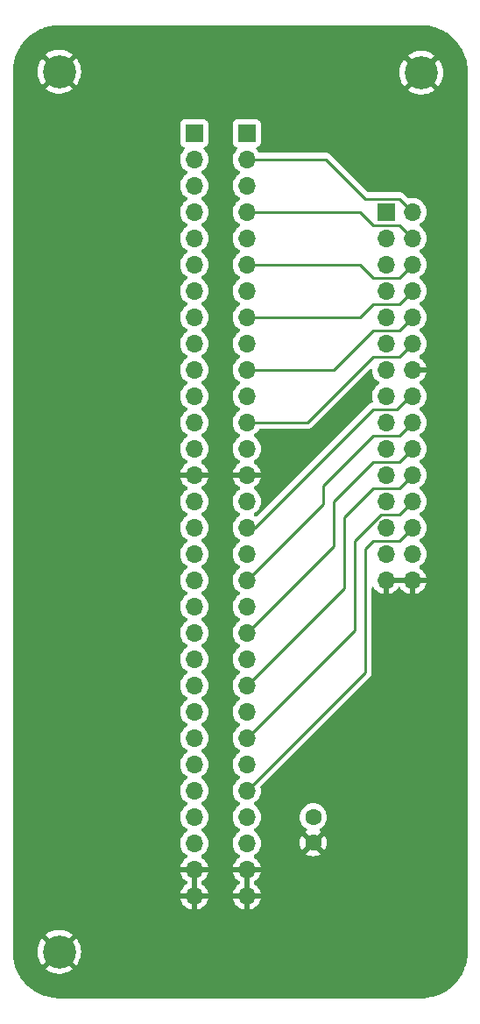
<source format=gbr>
%TF.GenerationSoftware,KiCad,Pcbnew,(5.99.0-7356-g63088e8bdb)*%
%TF.CreationDate,2021-06-15T12:34:33+08:00*%
%TF.ProjectId,AdapterCartdrigeProd,41646170-7465-4724-9361-727464726967,rev?*%
%TF.SameCoordinates,Original*%
%TF.FileFunction,Copper,L2,Bot*%
%TF.FilePolarity,Positive*%
%FSLAX46Y46*%
G04 Gerber Fmt 4.6, Leading zero omitted, Abs format (unit mm)*
G04 Created by KiCad (PCBNEW (5.99.0-7356-g63088e8bdb)) date 2021-06-15 12:34:33*
%MOMM*%
%LPD*%
G01*
G04 APERTURE LIST*
%TA.AperFunction,ComponentPad*%
%ADD10C,3.200000*%
%TD*%
%TA.AperFunction,ComponentPad*%
%ADD11R,1.700000X1.700000*%
%TD*%
%TA.AperFunction,ComponentPad*%
%ADD12O,1.700000X1.700000*%
%TD*%
%TA.AperFunction,ComponentPad*%
%ADD13C,1.600000*%
%TD*%
%TA.AperFunction,Conductor*%
%ADD14C,0.250000*%
%TD*%
G04 APERTURE END LIST*
D10*
%TO.P,H3,1,1*%
%TO.N,GND*%
X129000000Y-37100000D03*
%TD*%
%TO.P,H2,*%
%TO.N,GND*%
X94000000Y-122000000D03*
%TD*%
D11*
%TO.P,J1,1,Pin_1*%
%TO.N,/A14*%
X125603000Y-50546000D03*
D12*
%TO.P,J1,2,Pin_2*%
%TO.N,/A12*%
X128143000Y-50546000D03*
%TO.P,J1,3,Pin_3*%
%TO.N,/A7*%
X125603000Y-53086000D03*
%TO.P,J1,4,Pin_4*%
%TO.N,/A6*%
X128143000Y-53086000D03*
%TO.P,J1,5,Pin_5*%
%TO.N,/A5*%
X125603000Y-55626000D03*
%TO.P,J1,6,Pin_6*%
%TO.N,/A4*%
X128143000Y-55626000D03*
%TO.P,J1,7,Pin_7*%
%TO.N,/A3*%
X125603000Y-58166000D03*
%TO.P,J1,8,Pin_8*%
%TO.N,/A2*%
X128143000Y-58166000D03*
%TO.P,J1,9,Pin_9*%
%TO.N,/A1*%
X125603000Y-60706000D03*
%TO.P,J1,10,Pin_10*%
%TO.N,/A0*%
X128143000Y-60706000D03*
%TO.P,J1,11,Pin_11*%
%TO.N,/D0*%
X125603000Y-63246000D03*
%TO.P,J1,12,Pin_12*%
%TO.N,/D1*%
X128143000Y-63246000D03*
%TO.P,J1,13,Pin_13*%
%TO.N,/D2*%
X125603000Y-65786000D03*
%TO.P,J1,14,Pin_14*%
%TO.N,GND*%
X128143000Y-65786000D03*
%TO.P,J1,15,Pin_15*%
%TO.N,/D3*%
X125603000Y-68326000D03*
%TO.P,J1,16,Pin_16*%
%TO.N,/D4*%
X128143000Y-68326000D03*
%TO.P,J1,17,Pin_17*%
%TO.N,/D5*%
X125603000Y-70866000D03*
%TO.P,J1,18,Pin_18*%
%TO.N,/D6*%
X128143000Y-70866000D03*
%TO.P,J1,19,Pin_19*%
%TO.N,/D7*%
X125603000Y-73406000D03*
%TO.P,J1,20,Pin_20*%
%TO.N,CS*%
X128143000Y-73406000D03*
%TO.P,J1,21,Pin_21*%
%TO.N,/A10*%
X125603000Y-75946000D03*
%TO.P,J1,22,Pin_22*%
%TO.N,OE*%
X128143000Y-75946000D03*
%TO.P,J1,23,Pin_23*%
%TO.N,/A11*%
X125603000Y-78486000D03*
%TO.P,J1,24,Pin_24*%
%TO.N,/A9*%
X128143000Y-78486000D03*
%TO.P,J1,25,Pin_25*%
%TO.N,/A8*%
X125603000Y-81026000D03*
%TO.P,J1,26,Pin_26*%
%TO.N,/A13*%
X128143000Y-81026000D03*
%TO.P,J1,27,Pin_27*%
%TO.N,+5V*%
X125603000Y-83566000D03*
%TO.P,J1,28,Pin_28*%
X128143000Y-83566000D03*
%TO.P,J1,29,Pin_29*%
%TO.N,GND*%
X125603000Y-86106000D03*
%TO.P,J1,30,Pin_30*%
X128143000Y-86106000D03*
%TD*%
D10*
%TO.P,H1,*%
%TO.N,GND*%
X94000000Y-37000000D03*
%TD*%
D13*
%TO.P,C1,1*%
%TO.N,+5V*%
X118553798Y-108966000D03*
%TO.P,C1,2*%
%TO.N,GND*%
X118553798Y-111466000D03*
%TD*%
D11*
%TO.P,U1,1,A14*%
%TO.N,/A14*%
X112141000Y-42926000D03*
X107061000Y-42926000D03*
D12*
%TO.P,U1,2,A12*%
%TO.N,/A12*%
X107061000Y-45466000D03*
X112141000Y-45466000D03*
%TO.P,U1,3,A7*%
%TO.N,/A7*%
X112141000Y-48006000D03*
X107061000Y-48006000D03*
%TO.P,U1,4,A6*%
%TO.N,/A6*%
X112141000Y-50546000D03*
X107061000Y-50546000D03*
%TO.P,U1,5,A5*%
%TO.N,/A5*%
X107061000Y-53086000D03*
X112141000Y-53086000D03*
%TO.P,U1,6,A4*%
%TO.N,/A4*%
X107061000Y-55626000D03*
X112141000Y-55626000D03*
%TO.P,U1,7,A3*%
%TO.N,/A3*%
X107061000Y-58166000D03*
X112141000Y-58166000D03*
%TO.P,U1,8,A2*%
%TO.N,/A2*%
X107061000Y-60706000D03*
X112141000Y-60706000D03*
%TO.P,U1,9,A1*%
%TO.N,/A1*%
X107061000Y-63246000D03*
X112141000Y-63246000D03*
%TO.P,U1,10,A0*%
%TO.N,/A0*%
X107061000Y-65786000D03*
X112141000Y-65786000D03*
%TO.P,U1,11,D0*%
%TO.N,/D0*%
X107061000Y-68326000D03*
X112141000Y-68326000D03*
%TO.P,U1,12,D1*%
%TO.N,/D1*%
X112141000Y-70866000D03*
X107061000Y-70866000D03*
%TO.P,U1,13,D2*%
%TO.N,/D2*%
X107061000Y-73406000D03*
X112141000Y-73406000D03*
%TO.P,U1,14,GND*%
%TO.N,GND*%
X107061000Y-75946000D03*
X112141000Y-75946000D03*
%TO.P,U1,15,D3*%
%TO.N,/D3*%
X112141000Y-78486000D03*
X107061000Y-78486000D03*
%TO.P,U1,16,D4*%
%TO.N,/D4*%
X112141000Y-81026000D03*
X107061000Y-81026000D03*
%TO.P,U1,17,D5*%
%TO.N,/D5*%
X107061000Y-83566000D03*
X112141000Y-83566000D03*
%TO.P,U1,18,D6*%
%TO.N,/D6*%
X112141000Y-86106000D03*
X107061000Y-86106000D03*
%TO.P,U1,19,D7*%
%TO.N,/D7*%
X112141000Y-88646000D03*
X107061000Y-88646000D03*
%TO.P,U1,20,~CS*%
%TO.N,CS*%
X107061000Y-91186000D03*
X112141000Y-91186000D03*
%TO.P,U1,21,A10*%
%TO.N,/A10*%
X112141000Y-93726000D03*
X107061000Y-93726000D03*
%TO.P,U1,22,~OE*%
%TO.N,OE*%
X107061000Y-96266000D03*
X112141000Y-96266000D03*
%TO.P,U1,23,A11*%
%TO.N,/A11*%
X107061000Y-98806000D03*
X112141000Y-98806000D03*
%TO.P,U1,24,A9*%
%TO.N,/A9*%
X107061000Y-101346000D03*
X112141000Y-101346000D03*
%TO.P,U1,25,A8*%
%TO.N,/A8*%
X107061000Y-103886000D03*
X112141000Y-103886000D03*
%TO.P,U1,26,A13*%
%TO.N,/A13*%
X107061000Y-106426000D03*
X112141000Y-106426000D03*
%TO.P,U1,27,~WE*%
%TO.N,+5V*%
X107061000Y-108966000D03*
X112141000Y-108966000D03*
%TO.P,U1,28,VCC*%
X107061000Y-111506000D03*
X112141000Y-111506000D03*
%TO.P,U1,29*%
%TO.N,GND*%
X112141000Y-114046000D03*
X107061000Y-114046000D03*
%TO.P,U1,30*%
X107061000Y-116586000D03*
X112141000Y-116586000D03*
%TD*%
D14*
%TO.N,/A13*%
X126873000Y-82296000D02*
X128143000Y-81026000D01*
X124333000Y-82296000D02*
X126873000Y-82296000D01*
X123571000Y-83058000D02*
X123571000Y-94996000D01*
X112141000Y-106426000D02*
X123571000Y-94996000D01*
X123571000Y-83058000D02*
X124333000Y-82296000D01*
%TO.N,/A9*%
X122555000Y-82334998D02*
X125133998Y-79756000D01*
X112141000Y-101346000D02*
X122555000Y-90932000D01*
X125133998Y-79756000D02*
X126873000Y-79756000D01*
X122555000Y-90932000D02*
X122555000Y-82334998D01*
X126873000Y-79756000D02*
X128143000Y-78486000D01*
%TO.N,OE*%
X112141000Y-96266000D02*
X121539000Y-86868000D01*
X121539000Y-80010000D02*
X124333000Y-77216000D01*
X124333000Y-77216000D02*
X126873000Y-77216000D01*
X126873000Y-77216000D02*
X128143000Y-75946000D01*
X121539000Y-86868000D02*
X121539000Y-80010000D01*
%TO.N,CS*%
X112141000Y-91186000D02*
X120523000Y-82804000D01*
X120523000Y-78486000D02*
X124333000Y-74676000D01*
X124333000Y-74676000D02*
X126873000Y-74676000D01*
X120523000Y-82804000D02*
X120523000Y-78486000D01*
X126873000Y-74676000D02*
X128143000Y-73406000D01*
%TO.N,/D6*%
X126873000Y-72136000D02*
X128143000Y-70866000D01*
X119507000Y-78740000D02*
X119507000Y-76962000D01*
X119507000Y-76962000D02*
X124333000Y-72136000D01*
X124333000Y-72136000D02*
X126873000Y-72136000D01*
X112141000Y-86106000D02*
X119507000Y-78740000D01*
%TO.N,/D4*%
X126619000Y-69596000D02*
X127889000Y-68326000D01*
X112903000Y-81026000D02*
X117475000Y-76454000D01*
X112141000Y-81026000D02*
X112903000Y-81026000D01*
X124333000Y-69596000D02*
X126619000Y-69596000D01*
X117475000Y-76454000D02*
X124333000Y-69596000D01*
%TO.N,/D1*%
X126873000Y-64516000D02*
X128143000Y-63246000D01*
X124333000Y-64516000D02*
X126873000Y-64516000D01*
X117983000Y-70866000D02*
X124333000Y-64516000D01*
X112141000Y-70866000D02*
X117983000Y-70866000D01*
%TO.N,/A0*%
X120523000Y-65786000D02*
X124333000Y-61976000D01*
X126873000Y-61976000D02*
X128143000Y-60706000D01*
X124333000Y-61976000D02*
X126873000Y-61976000D01*
X112141000Y-65786000D02*
X120523000Y-65786000D01*
%TO.N,/A2*%
X112141000Y-60706000D02*
X123063000Y-60706000D01*
X124333000Y-59436000D02*
X126873000Y-59436000D01*
X126873000Y-59436000D02*
X128143000Y-58166000D01*
X123063000Y-60706000D02*
X124333000Y-59436000D01*
%TO.N,/A4*%
X124333000Y-56896000D02*
X126873000Y-56896000D01*
X126873000Y-56896000D02*
X128143000Y-55626000D01*
X112141000Y-55626000D02*
X123063000Y-55626000D01*
X123063000Y-55626000D02*
X124333000Y-56896000D01*
%TO.N,/A6*%
X126873000Y-51816000D02*
X128143000Y-53086000D01*
X123063000Y-50546000D02*
X124333000Y-51816000D01*
X124333000Y-51816000D02*
X126873000Y-51816000D01*
X112141000Y-50546000D02*
X123063000Y-50546000D01*
%TO.N,/A12*%
X119761000Y-45466000D02*
X123571000Y-49276000D01*
X126873000Y-49276000D02*
X128143000Y-50546000D01*
X112141000Y-45466000D02*
X119761000Y-45466000D01*
X123571000Y-49276000D02*
X126873000Y-49276000D01*
%TD*%
%TA.AperFunction,Conductor*%
%TO.N,GND*%
G36*
X128939245Y-32509707D02*
G01*
X128951700Y-32511779D01*
X128951709Y-32511780D01*
X128956496Y-32512576D01*
X129134383Y-32514420D01*
X129138514Y-32514531D01*
X129187749Y-32516681D01*
X129233480Y-32518678D01*
X129238964Y-32519037D01*
X129413802Y-32534333D01*
X129542780Y-32545617D01*
X129548210Y-32546212D01*
X129594932Y-32552363D01*
X129623181Y-32556082D01*
X129628613Y-32556918D01*
X129733849Y-32575473D01*
X129928950Y-32609875D01*
X129934266Y-32610932D01*
X130008119Y-32627305D01*
X130013452Y-32628610D01*
X130308022Y-32707540D01*
X130313274Y-32709071D01*
X130385420Y-32731818D01*
X130390565Y-32733565D01*
X130549632Y-32791461D01*
X130677147Y-32837873D01*
X130682270Y-32839865D01*
X130752131Y-32868802D01*
X130757163Y-32871016D01*
X130890484Y-32933184D01*
X131033493Y-32999870D01*
X131038424Y-33002302D01*
X131105533Y-33037237D01*
X131110352Y-33039881D01*
X131374412Y-33192337D01*
X131379112Y-33195189D01*
X131442869Y-33235807D01*
X131447440Y-33238861D01*
X131697237Y-33413771D01*
X131701653Y-33417008D01*
X131761676Y-33463066D01*
X131765941Y-33466489D01*
X131999519Y-33662484D01*
X132003652Y-33666109D01*
X132059445Y-33717234D01*
X132063416Y-33721036D01*
X132278975Y-33936595D01*
X132282777Y-33940566D01*
X132333888Y-33996344D01*
X132337513Y-34000477D01*
X132356064Y-34022585D01*
X132533516Y-34234064D01*
X132536938Y-34238329D01*
X132569673Y-34280990D01*
X132582989Y-34298344D01*
X132586239Y-34302776D01*
X132761140Y-34552560D01*
X132764167Y-34557090D01*
X132804811Y-34620888D01*
X132804817Y-34620897D01*
X132807668Y-34625596D01*
X132960115Y-34889642D01*
X132962760Y-34894462D01*
X132997696Y-34961574D01*
X133000127Y-34966504D01*
X133074376Y-35125731D01*
X133128984Y-35242837D01*
X133128995Y-35242861D01*
X133131193Y-35247856D01*
X133160160Y-35317789D01*
X133162120Y-35322832D01*
X133266422Y-35609397D01*
X133268176Y-35614561D01*
X133290925Y-35686711D01*
X133292463Y-35691988D01*
X133371391Y-35986551D01*
X133372697Y-35991890D01*
X133389052Y-36065661D01*
X133390123Y-36071045D01*
X133421368Y-36248237D01*
X133443084Y-36371396D01*
X133443920Y-36376830D01*
X133453784Y-36451758D01*
X133454382Y-36457222D01*
X133480963Y-36761027D01*
X133481321Y-36766475D01*
X133485468Y-36861457D01*
X133485580Y-36865620D01*
X133487390Y-37040226D01*
X133488070Y-37044646D01*
X133488070Y-37044648D01*
X133490536Y-37060679D01*
X133492000Y-37079834D01*
X133492000Y-121918573D01*
X133490293Y-121939245D01*
X133488221Y-121951700D01*
X133488220Y-121951709D01*
X133487424Y-121956496D01*
X133485580Y-122134383D01*
X133485469Y-122138514D01*
X133483495Y-122183711D01*
X133481322Y-122233478D01*
X133480963Y-122238962D01*
X133469977Y-122364539D01*
X133454393Y-122542678D01*
X133454385Y-122542765D01*
X133453788Y-122548210D01*
X133453429Y-122550940D01*
X133443918Y-122623181D01*
X133443082Y-122628613D01*
X133429714Y-122704427D01*
X133390125Y-122928950D01*
X133389066Y-122934275D01*
X133372689Y-123008143D01*
X133371392Y-123013444D01*
X133292461Y-123308012D01*
X133290924Y-123313287D01*
X133268189Y-123385397D01*
X133266423Y-123390598D01*
X133162117Y-123677175D01*
X133160163Y-123682202D01*
X133131181Y-123752172D01*
X133128990Y-123757151D01*
X133000126Y-124033500D01*
X132997695Y-124038429D01*
X132962757Y-124105544D01*
X132960149Y-124110300D01*
X132829907Y-124335885D01*
X132807670Y-124374400D01*
X132804818Y-124379099D01*
X132764180Y-124442888D01*
X132761126Y-124447458D01*
X132586246Y-124697214D01*
X132583011Y-124701628D01*
X132536920Y-124761694D01*
X132533497Y-124765958D01*
X132337513Y-124999522D01*
X132333889Y-125003655D01*
X132282777Y-125059434D01*
X132278975Y-125063405D01*
X132063416Y-125278964D01*
X132059446Y-125282766D01*
X132003652Y-125333892D01*
X131999518Y-125337517D01*
X131765947Y-125533506D01*
X131761670Y-125536939D01*
X131701627Y-125583011D01*
X131697242Y-125586227D01*
X131447445Y-125761137D01*
X131442922Y-125764159D01*
X131379101Y-125804818D01*
X131379093Y-125804823D01*
X131374394Y-125807674D01*
X131110350Y-125960120D01*
X131105531Y-125962764D01*
X131093036Y-125969269D01*
X131038425Y-125997698D01*
X131033541Y-126000106D01*
X130871511Y-126075662D01*
X130757148Y-126128990D01*
X130752121Y-126131202D01*
X130682233Y-126160151D01*
X130677142Y-126162130D01*
X130390603Y-126266421D01*
X130390598Y-126266423D01*
X130385393Y-126268190D01*
X130313300Y-126290921D01*
X130308031Y-126292457D01*
X130160739Y-126331924D01*
X130013456Y-126371389D01*
X130008118Y-126372695D01*
X129934302Y-126389060D01*
X129928958Y-126390123D01*
X129628581Y-126443088D01*
X129623189Y-126443917D01*
X129574465Y-126450332D01*
X129548241Y-126453784D01*
X129542778Y-126454382D01*
X129238973Y-126480963D01*
X129233525Y-126481321D01*
X129138515Y-126485469D01*
X129134380Y-126485580D01*
X128959774Y-126487390D01*
X128955354Y-126488070D01*
X128955352Y-126488070D01*
X128949585Y-126488957D01*
X128939318Y-126490536D01*
X128920166Y-126492000D01*
X94081427Y-126492000D01*
X94060755Y-126490293D01*
X94048300Y-126488221D01*
X94048291Y-126488220D01*
X94043504Y-126487424D01*
X93865617Y-126485580D01*
X93861486Y-126485469D01*
X93816289Y-126483495D01*
X93766522Y-126481322D01*
X93761038Y-126480963D01*
X93574133Y-126464612D01*
X93457219Y-126454383D01*
X93451790Y-126453788D01*
X93405068Y-126447637D01*
X93376819Y-126443918D01*
X93371387Y-126443082D01*
X93254403Y-126422455D01*
X93071050Y-126390125D01*
X93065725Y-126389066D01*
X92991857Y-126372689D01*
X92986556Y-126371392D01*
X92691988Y-126292461D01*
X92686713Y-126290924D01*
X92614603Y-126268189D01*
X92609396Y-126266421D01*
X92608506Y-126266097D01*
X92322825Y-126162117D01*
X92317798Y-126160163D01*
X92247828Y-126131181D01*
X92242862Y-126128996D01*
X91966500Y-126000126D01*
X91961571Y-125997695D01*
X91942854Y-125987952D01*
X91894456Y-125962757D01*
X91889700Y-125960149D01*
X91625600Y-125807670D01*
X91620901Y-125804818D01*
X91557112Y-125764180D01*
X91552542Y-125761126D01*
X91302786Y-125586246D01*
X91298372Y-125583011D01*
X91238306Y-125536920D01*
X91234042Y-125533497D01*
X91000478Y-125337513D01*
X90996345Y-125333889D01*
X90940566Y-125282777D01*
X90936595Y-125278975D01*
X90721036Y-125063416D01*
X90717234Y-125059446D01*
X90666108Y-125003652D01*
X90662483Y-124999518D01*
X90466494Y-124765947D01*
X90463054Y-124761661D01*
X90416989Y-124701627D01*
X90413764Y-124697229D01*
X90238863Y-124447445D01*
X90235841Y-124442922D01*
X90195176Y-124379091D01*
X90192326Y-124374394D01*
X90039880Y-124110350D01*
X90037236Y-124105531D01*
X90013999Y-124060894D01*
X90002302Y-124038425D01*
X89999894Y-124033541D01*
X89871010Y-123757148D01*
X89868796Y-123752117D01*
X89867830Y-123749785D01*
X89839849Y-123682233D01*
X89837867Y-123677133D01*
X89831887Y-123660699D01*
X92704573Y-123660699D01*
X92711628Y-123670671D01*
X92754718Y-123706701D01*
X92761650Y-123711736D01*
X92997860Y-123859911D01*
X93005412Y-123863960D01*
X93259555Y-123978711D01*
X93267586Y-123981697D01*
X93534950Y-124060894D01*
X93543302Y-124062761D01*
X93818947Y-124104940D01*
X93827481Y-124105656D01*
X94106295Y-124110037D01*
X94114846Y-124109588D01*
X94391673Y-124076089D01*
X94400087Y-124074484D01*
X94669810Y-124003724D01*
X94677926Y-124000993D01*
X94935549Y-123894281D01*
X94943217Y-123890475D01*
X95183979Y-123749785D01*
X95191060Y-123744972D01*
X95285935Y-123670581D01*
X95294406Y-123658721D01*
X95287890Y-123647100D01*
X94012812Y-122372022D01*
X93998868Y-122364408D01*
X93997035Y-122364539D01*
X93990420Y-122368790D01*
X92711865Y-123647345D01*
X92704573Y-123660699D01*
X89831887Y-123660699D01*
X89831156Y-123658693D01*
X89733576Y-123390596D01*
X89731810Y-123385393D01*
X89709079Y-123313300D01*
X89707540Y-123308022D01*
X89707538Y-123308012D01*
X89628608Y-123013444D01*
X89627305Y-123008118D01*
X89627302Y-123008104D01*
X89610940Y-122934302D01*
X89609873Y-122928938D01*
X89609870Y-122928921D01*
X89556912Y-122628581D01*
X89556080Y-122623171D01*
X89554971Y-122614742D01*
X89546216Y-122548241D01*
X89545618Y-122542778D01*
X89519037Y-122238973D01*
X89518679Y-122233525D01*
X89514531Y-122138515D01*
X89514419Y-122134353D01*
X89513460Y-122041777D01*
X89512842Y-121982153D01*
X91887363Y-121982153D01*
X91903415Y-122260542D01*
X91904488Y-122269042D01*
X91958174Y-122542678D01*
X91960387Y-122550940D01*
X92050714Y-122814765D01*
X92054030Y-122822651D01*
X92179325Y-123071774D01*
X92183681Y-123079140D01*
X92327378Y-123288218D01*
X92337633Y-123296563D01*
X92351373Y-123289417D01*
X93627978Y-122012812D01*
X93634355Y-122001132D01*
X94364408Y-122001132D01*
X94364539Y-122002965D01*
X94368790Y-122009580D01*
X95647318Y-123288108D01*
X95659527Y-123294775D01*
X95671027Y-123286085D01*
X95781524Y-123135661D01*
X95786111Y-123128433D01*
X95919166Y-122883377D01*
X95922734Y-122875583D01*
X96021298Y-122614742D01*
X96023775Y-122606536D01*
X96086027Y-122334730D01*
X96087367Y-122326269D01*
X96112317Y-122046716D01*
X96112563Y-122041777D01*
X96112974Y-122002485D01*
X96112831Y-121997519D01*
X96093742Y-121717510D01*
X96092581Y-121709036D01*
X96036032Y-121435969D01*
X96033733Y-121427734D01*
X95940647Y-121164868D01*
X95937250Y-121157018D01*
X95809350Y-120909216D01*
X95804922Y-120901904D01*
X95671865Y-120712583D01*
X95661343Y-120704203D01*
X95647955Y-120711255D01*
X94372022Y-121987188D01*
X94364408Y-122001132D01*
X93634355Y-122001132D01*
X93635592Y-121998868D01*
X93635461Y-121997035D01*
X93631210Y-121990420D01*
X92352107Y-120711317D01*
X92340097Y-120704758D01*
X92328357Y-120713726D01*
X92206685Y-120883052D01*
X92202163Y-120890346D01*
X92071689Y-121136768D01*
X92068203Y-121144596D01*
X91972372Y-121406468D01*
X91969986Y-121414679D01*
X91910581Y-121687137D01*
X91909332Y-121695599D01*
X91887452Y-121973603D01*
X91887363Y-121982153D01*
X89512842Y-121982153D01*
X89512610Y-121959774D01*
X89509464Y-121939318D01*
X89508000Y-121920166D01*
X89508000Y-120341307D01*
X92705390Y-120341307D01*
X92711785Y-120352575D01*
X93987188Y-121627978D01*
X94001132Y-121635592D01*
X94002965Y-121635461D01*
X94009580Y-121631210D01*
X95287720Y-120353070D01*
X95294911Y-120339901D01*
X95287589Y-120329664D01*
X95227339Y-120280351D01*
X95220367Y-120275396D01*
X94982595Y-120129688D01*
X94975025Y-120125731D01*
X94719682Y-120013644D01*
X94711622Y-120010742D01*
X94443445Y-119934350D01*
X94435070Y-119932570D01*
X94159004Y-119893280D01*
X94150456Y-119892653D01*
X93871610Y-119891192D01*
X93863076Y-119891729D01*
X93586606Y-119928127D01*
X93578208Y-119929820D01*
X93309250Y-120003399D01*
X93301155Y-120006218D01*
X93044660Y-120115622D01*
X93037038Y-120119506D01*
X92797767Y-120262707D01*
X92790729Y-120267598D01*
X92713860Y-120329181D01*
X92705390Y-120341307D01*
X89508000Y-120341307D01*
X89508000Y-116858423D01*
X105729255Y-116858423D01*
X105737638Y-116910471D01*
X105740212Y-116920793D01*
X105811230Y-117128810D01*
X105815497Y-117138533D01*
X105920556Y-117331625D01*
X105926402Y-117340491D01*
X106062486Y-117513113D01*
X106069750Y-117520875D01*
X106232967Y-117668094D01*
X106241444Y-117674528D01*
X106427122Y-117792136D01*
X106436567Y-117797053D01*
X106639406Y-117881694D01*
X106649545Y-117884950D01*
X106789345Y-117917096D01*
X106803422Y-117916257D01*
X106807000Y-117906999D01*
X106807000Y-116858115D01*
X106805659Y-116853548D01*
X107315000Y-116853548D01*
X107315000Y-117905941D01*
X107319151Y-117920079D01*
X107329798Y-117921774D01*
X107333192Y-117921096D01*
X107544333Y-117859954D01*
X107554259Y-117856143D01*
X107752065Y-117760307D01*
X107761212Y-117754876D01*
X107940041Y-117627083D01*
X107948149Y-117620182D01*
X108102893Y-117464082D01*
X108109706Y-117455933D01*
X108235940Y-117275988D01*
X108241295Y-117266787D01*
X108335399Y-117068156D01*
X108339123Y-117058197D01*
X108395089Y-116858423D01*
X110809255Y-116858423D01*
X110817638Y-116910471D01*
X110820212Y-116920793D01*
X110891230Y-117128810D01*
X110895497Y-117138533D01*
X111000556Y-117331625D01*
X111006402Y-117340491D01*
X111142486Y-117513113D01*
X111149750Y-117520875D01*
X111312967Y-117668094D01*
X111321444Y-117674528D01*
X111507122Y-117792136D01*
X111516567Y-117797053D01*
X111719406Y-117881694D01*
X111729545Y-117884950D01*
X111869345Y-117917096D01*
X111883422Y-117916257D01*
X111887000Y-117906999D01*
X111887000Y-116858115D01*
X111885659Y-116853548D01*
X112395000Y-116853548D01*
X112395000Y-117905941D01*
X112399151Y-117920079D01*
X112409798Y-117921774D01*
X112413192Y-117921096D01*
X112624333Y-117859954D01*
X112634259Y-117856143D01*
X112832065Y-117760307D01*
X112841212Y-117754876D01*
X113020041Y-117627083D01*
X113028149Y-117620182D01*
X113182893Y-117464082D01*
X113189706Y-117455933D01*
X113315940Y-117275988D01*
X113321295Y-117266787D01*
X113415399Y-117068156D01*
X113419123Y-117058197D01*
X113476968Y-116851718D01*
X113475430Y-116843351D01*
X113463137Y-116840000D01*
X112413115Y-116840000D01*
X112397876Y-116844475D01*
X112396671Y-116845865D01*
X112395000Y-116853548D01*
X111885659Y-116853548D01*
X111882525Y-116842876D01*
X111881135Y-116841671D01*
X111873452Y-116840000D01*
X110824403Y-116840000D01*
X110811222Y-116843870D01*
X110809255Y-116858423D01*
X108395089Y-116858423D01*
X108396968Y-116851718D01*
X108395430Y-116843351D01*
X108383137Y-116840000D01*
X107333115Y-116840000D01*
X107317876Y-116844475D01*
X107316671Y-116845865D01*
X107315000Y-116853548D01*
X106805659Y-116853548D01*
X106802525Y-116842876D01*
X106801135Y-116841671D01*
X106793452Y-116840000D01*
X105744403Y-116840000D01*
X105731222Y-116843870D01*
X105729255Y-116858423D01*
X89508000Y-116858423D01*
X89508000Y-114318423D01*
X105729255Y-114318423D01*
X105737638Y-114370471D01*
X105740212Y-114380793D01*
X105811230Y-114588810D01*
X105815497Y-114598533D01*
X105920556Y-114791625D01*
X105926402Y-114800491D01*
X106062486Y-114973113D01*
X106069750Y-114980875D01*
X106232967Y-115128094D01*
X106241444Y-115134528D01*
X106360188Y-115209740D01*
X106407033Y-115263088D01*
X106417600Y-115333294D01*
X106388533Y-115398067D01*
X106358132Y-115423903D01*
X106262486Y-115481942D01*
X106253896Y-115488206D01*
X106087884Y-115632264D01*
X106080464Y-115639895D01*
X105941100Y-115809860D01*
X105935075Y-115818627D01*
X105826342Y-116009644D01*
X105821877Y-116019308D01*
X105746882Y-116225916D01*
X105744111Y-116236184D01*
X105730008Y-116314174D01*
X105731427Y-116327414D01*
X105746062Y-116332000D01*
X106788885Y-116332000D01*
X106804124Y-116327525D01*
X106805329Y-116326135D01*
X106807000Y-116318452D01*
X106807000Y-114318115D01*
X106805659Y-114313548D01*
X107315000Y-114313548D01*
X107315000Y-116313885D01*
X107319475Y-116329124D01*
X107320865Y-116330329D01*
X107328548Y-116332000D01*
X108380079Y-116332000D01*
X108393610Y-116328027D01*
X108394876Y-116319218D01*
X108347954Y-116138433D01*
X108344419Y-116128395D01*
X108254147Y-115927998D01*
X108248967Y-115918692D01*
X108126218Y-115736366D01*
X108119557Y-115728080D01*
X107967830Y-115569030D01*
X107959873Y-115561990D01*
X107783524Y-115430783D01*
X107770523Y-115422721D01*
X107723170Y-115369823D01*
X107711933Y-115299721D01*
X107740380Y-115234673D01*
X107763666Y-115213122D01*
X107940041Y-115087083D01*
X107948149Y-115080182D01*
X108102893Y-114924082D01*
X108109706Y-114915933D01*
X108235940Y-114735988D01*
X108241295Y-114726787D01*
X108335399Y-114528156D01*
X108339123Y-114518197D01*
X108395089Y-114318423D01*
X110809255Y-114318423D01*
X110817638Y-114370471D01*
X110820212Y-114380793D01*
X110891230Y-114588810D01*
X110895497Y-114598533D01*
X111000556Y-114791625D01*
X111006402Y-114800491D01*
X111142486Y-114973113D01*
X111149750Y-114980875D01*
X111312967Y-115128094D01*
X111321444Y-115134528D01*
X111440188Y-115209740D01*
X111487033Y-115263088D01*
X111497600Y-115333294D01*
X111468533Y-115398067D01*
X111438132Y-115423903D01*
X111342486Y-115481942D01*
X111333896Y-115488206D01*
X111167884Y-115632264D01*
X111160464Y-115639895D01*
X111021100Y-115809860D01*
X111015075Y-115818627D01*
X110906342Y-116009644D01*
X110901877Y-116019308D01*
X110826882Y-116225916D01*
X110824111Y-116236184D01*
X110810008Y-116314174D01*
X110811427Y-116327414D01*
X110826062Y-116332000D01*
X111868885Y-116332000D01*
X111884124Y-116327525D01*
X111885329Y-116326135D01*
X111887000Y-116318452D01*
X111887000Y-114318115D01*
X111885659Y-114313548D01*
X112395000Y-114313548D01*
X112395000Y-116313885D01*
X112399475Y-116329124D01*
X112400865Y-116330329D01*
X112408548Y-116332000D01*
X113460079Y-116332000D01*
X113473610Y-116328027D01*
X113474876Y-116319218D01*
X113427954Y-116138433D01*
X113424419Y-116128395D01*
X113334147Y-115927998D01*
X113328967Y-115918692D01*
X113206218Y-115736366D01*
X113199557Y-115728080D01*
X113047830Y-115569030D01*
X113039873Y-115561990D01*
X112863524Y-115430783D01*
X112850523Y-115422721D01*
X112803170Y-115369823D01*
X112791933Y-115299721D01*
X112820380Y-115234673D01*
X112843666Y-115213122D01*
X113020041Y-115087083D01*
X113028149Y-115080182D01*
X113182893Y-114924082D01*
X113189706Y-114915933D01*
X113315940Y-114735988D01*
X113321295Y-114726787D01*
X113415399Y-114528156D01*
X113419123Y-114518197D01*
X113476968Y-114311718D01*
X113475430Y-114303351D01*
X113463137Y-114300000D01*
X112413115Y-114300000D01*
X112397876Y-114304475D01*
X112396671Y-114305865D01*
X112395000Y-114313548D01*
X111885659Y-114313548D01*
X111882525Y-114302876D01*
X111881135Y-114301671D01*
X111873452Y-114300000D01*
X110824403Y-114300000D01*
X110811222Y-114303870D01*
X110809255Y-114318423D01*
X108395089Y-114318423D01*
X108396968Y-114311718D01*
X108395430Y-114303351D01*
X108383137Y-114300000D01*
X107333115Y-114300000D01*
X107317876Y-114304475D01*
X107316671Y-114305865D01*
X107315000Y-114313548D01*
X106805659Y-114313548D01*
X106802525Y-114302876D01*
X106801135Y-114301671D01*
X106793452Y-114300000D01*
X105744403Y-114300000D01*
X105731222Y-114303870D01*
X105729255Y-114318423D01*
X89508000Y-114318423D01*
X89508000Y-78588233D01*
X105701338Y-78588233D01*
X105738002Y-78815861D01*
X105812494Y-79034056D01*
X105922685Y-79236580D01*
X106065424Y-79417644D01*
X106069389Y-79421220D01*
X106232659Y-79568489D01*
X106232665Y-79568494D01*
X106236629Y-79572069D01*
X106241142Y-79574928D01*
X106241144Y-79574929D01*
X106359242Y-79649731D01*
X106406087Y-79703079D01*
X106416654Y-79773285D01*
X106387587Y-79838058D01*
X106357186Y-79863894D01*
X106262196Y-79921535D01*
X106262189Y-79921540D01*
X106257631Y-79924306D01*
X106253601Y-79927803D01*
X106160426Y-80008656D01*
X106083492Y-80075415D01*
X106080109Y-80079541D01*
X106080105Y-80079545D01*
X106007768Y-80167767D01*
X105937304Y-80253705D01*
X105934665Y-80258341D01*
X105934663Y-80258344D01*
X105859558Y-80390285D01*
X105823245Y-80454077D01*
X105744578Y-80670802D01*
X105743629Y-80676051D01*
X105743628Y-80676054D01*
X105721890Y-80796265D01*
X105703551Y-80897683D01*
X105703500Y-80903023D01*
X105702097Y-81049210D01*
X105701338Y-81128233D01*
X105738002Y-81355861D01*
X105812494Y-81574056D01*
X105922685Y-81776580D01*
X106065424Y-81957644D01*
X106069389Y-81961220D01*
X106232659Y-82108489D01*
X106232665Y-82108494D01*
X106236629Y-82112069D01*
X106241142Y-82114928D01*
X106241144Y-82114929D01*
X106359242Y-82189731D01*
X106406087Y-82243079D01*
X106416654Y-82313285D01*
X106387587Y-82378058D01*
X106357186Y-82403894D01*
X106262196Y-82461535D01*
X106262189Y-82461540D01*
X106257631Y-82464306D01*
X106253601Y-82467803D01*
X106150204Y-82557526D01*
X106083492Y-82615415D01*
X106080109Y-82619541D01*
X106080105Y-82619545D01*
X106007768Y-82707767D01*
X105937304Y-82793705D01*
X105934665Y-82798341D01*
X105934663Y-82798344D01*
X105859558Y-82930285D01*
X105823245Y-82994077D01*
X105744578Y-83210802D01*
X105743629Y-83216051D01*
X105743628Y-83216054D01*
X105721890Y-83336265D01*
X105703551Y-83437683D01*
X105702919Y-83503537D01*
X105702097Y-83589210D01*
X105701338Y-83668233D01*
X105738002Y-83895861D01*
X105812494Y-84114056D01*
X105922685Y-84316580D01*
X106065424Y-84497644D01*
X106069389Y-84501220D01*
X106232659Y-84648489D01*
X106232665Y-84648494D01*
X106236629Y-84652069D01*
X106241142Y-84654928D01*
X106241144Y-84654929D01*
X106359242Y-84729731D01*
X106406087Y-84783079D01*
X106416654Y-84853285D01*
X106387587Y-84918058D01*
X106357186Y-84943894D01*
X106262196Y-85001535D01*
X106262189Y-85001540D01*
X106257631Y-85004306D01*
X106253601Y-85007803D01*
X106159995Y-85089030D01*
X106083492Y-85155415D01*
X106080109Y-85159541D01*
X106080105Y-85159545D01*
X106007768Y-85247767D01*
X105937304Y-85333705D01*
X105934665Y-85338341D01*
X105934663Y-85338344D01*
X105875156Y-85442882D01*
X105823245Y-85534077D01*
X105744578Y-85750802D01*
X105743629Y-85756051D01*
X105743628Y-85756054D01*
X105721890Y-85876265D01*
X105703551Y-85977683D01*
X105703500Y-85983023D01*
X105702097Y-86129210D01*
X105701338Y-86208233D01*
X105738002Y-86435861D01*
X105812494Y-86654056D01*
X105922685Y-86856580D01*
X106065424Y-87037644D01*
X106069389Y-87041220D01*
X106232659Y-87188489D01*
X106232665Y-87188494D01*
X106236629Y-87192069D01*
X106241142Y-87194928D01*
X106241144Y-87194929D01*
X106359242Y-87269731D01*
X106406087Y-87323079D01*
X106416654Y-87393285D01*
X106387587Y-87458058D01*
X106357186Y-87483894D01*
X106262196Y-87541535D01*
X106262189Y-87541540D01*
X106257631Y-87544306D01*
X106253601Y-87547803D01*
X106094810Y-87685594D01*
X106083492Y-87695415D01*
X106080109Y-87699541D01*
X106080105Y-87699545D01*
X106007768Y-87787767D01*
X105937304Y-87873705D01*
X105823245Y-88074077D01*
X105744578Y-88290802D01*
X105743629Y-88296051D01*
X105743628Y-88296054D01*
X105721890Y-88416265D01*
X105703551Y-88517683D01*
X105703500Y-88523023D01*
X105702097Y-88669210D01*
X105701338Y-88748233D01*
X105738002Y-88975861D01*
X105812494Y-89194056D01*
X105922685Y-89396580D01*
X106065424Y-89577644D01*
X106069389Y-89581220D01*
X106232659Y-89728489D01*
X106232665Y-89728494D01*
X106236629Y-89732069D01*
X106241142Y-89734928D01*
X106241144Y-89734929D01*
X106359242Y-89809731D01*
X106406087Y-89863079D01*
X106416654Y-89933285D01*
X106387587Y-89998058D01*
X106357186Y-90023894D01*
X106262196Y-90081535D01*
X106262189Y-90081540D01*
X106257631Y-90084306D01*
X106253601Y-90087803D01*
X106160426Y-90168656D01*
X106083492Y-90235415D01*
X106080109Y-90239541D01*
X106080105Y-90239545D01*
X106007768Y-90327767D01*
X105937304Y-90413705D01*
X105823245Y-90614077D01*
X105744578Y-90830802D01*
X105743629Y-90836051D01*
X105743628Y-90836054D01*
X105721890Y-90956265D01*
X105703551Y-91057683D01*
X105703500Y-91063023D01*
X105702097Y-91209210D01*
X105701338Y-91288233D01*
X105738002Y-91515861D01*
X105812494Y-91734056D01*
X105815044Y-91738743D01*
X105815045Y-91738745D01*
X105867589Y-91835318D01*
X105922685Y-91936580D01*
X106065424Y-92117644D01*
X106069389Y-92121220D01*
X106232659Y-92268489D01*
X106232665Y-92268494D01*
X106236629Y-92272069D01*
X106241142Y-92274928D01*
X106241144Y-92274929D01*
X106359242Y-92349731D01*
X106406087Y-92403079D01*
X106416654Y-92473285D01*
X106387587Y-92538058D01*
X106357186Y-92563894D01*
X106262196Y-92621535D01*
X106262189Y-92621540D01*
X106257631Y-92624306D01*
X106253601Y-92627803D01*
X106160426Y-92708656D01*
X106083492Y-92775415D01*
X106080109Y-92779541D01*
X106080105Y-92779545D01*
X106007768Y-92867767D01*
X105937304Y-92953705D01*
X105823245Y-93154077D01*
X105744578Y-93370802D01*
X105743629Y-93376051D01*
X105743628Y-93376054D01*
X105721890Y-93496265D01*
X105703551Y-93597683D01*
X105703500Y-93603023D01*
X105702097Y-93749210D01*
X105701338Y-93828233D01*
X105738002Y-94055861D01*
X105812494Y-94274056D01*
X105922685Y-94476580D01*
X106065424Y-94657644D01*
X106069389Y-94661220D01*
X106232659Y-94808489D01*
X106232665Y-94808494D01*
X106236629Y-94812069D01*
X106241142Y-94814928D01*
X106241144Y-94814929D01*
X106359242Y-94889731D01*
X106406087Y-94943079D01*
X106416654Y-95013285D01*
X106387587Y-95078058D01*
X106357186Y-95103894D01*
X106262196Y-95161535D01*
X106262189Y-95161540D01*
X106257631Y-95164306D01*
X106253601Y-95167803D01*
X106130069Y-95274998D01*
X106083492Y-95315415D01*
X106080109Y-95319541D01*
X106080105Y-95319545D01*
X106001045Y-95415967D01*
X105937304Y-95493705D01*
X105823245Y-95694077D01*
X105744578Y-95910802D01*
X105743629Y-95916051D01*
X105743628Y-95916054D01*
X105721890Y-96036265D01*
X105703551Y-96137683D01*
X105703500Y-96143023D01*
X105702097Y-96289210D01*
X105701338Y-96368233D01*
X105738002Y-96595861D01*
X105812494Y-96814056D01*
X105922685Y-97016580D01*
X106065424Y-97197644D01*
X106069389Y-97201220D01*
X106232659Y-97348489D01*
X106232665Y-97348494D01*
X106236629Y-97352069D01*
X106241142Y-97354928D01*
X106241144Y-97354929D01*
X106359242Y-97429731D01*
X106406087Y-97483079D01*
X106416654Y-97553285D01*
X106387587Y-97618058D01*
X106357186Y-97643894D01*
X106262196Y-97701535D01*
X106262189Y-97701540D01*
X106257631Y-97704306D01*
X106253601Y-97707803D01*
X106160426Y-97788656D01*
X106083492Y-97855415D01*
X106080109Y-97859541D01*
X106080105Y-97859545D01*
X106007768Y-97947767D01*
X105937304Y-98033705D01*
X105823245Y-98234077D01*
X105744578Y-98450802D01*
X105743629Y-98456051D01*
X105743628Y-98456054D01*
X105721890Y-98576265D01*
X105703551Y-98677683D01*
X105703500Y-98683023D01*
X105702097Y-98829210D01*
X105701338Y-98908233D01*
X105738002Y-99135861D01*
X105812494Y-99354056D01*
X105922685Y-99556580D01*
X106065424Y-99737644D01*
X106069389Y-99741220D01*
X106232659Y-99888489D01*
X106232665Y-99888494D01*
X106236629Y-99892069D01*
X106241142Y-99894928D01*
X106241144Y-99894929D01*
X106359242Y-99969731D01*
X106406087Y-100023079D01*
X106416654Y-100093285D01*
X106387587Y-100158058D01*
X106357186Y-100183894D01*
X106262196Y-100241535D01*
X106262189Y-100241540D01*
X106257631Y-100244306D01*
X106253601Y-100247803D01*
X106160426Y-100328656D01*
X106083492Y-100395415D01*
X106080109Y-100399541D01*
X106080105Y-100399545D01*
X106007768Y-100487767D01*
X105937304Y-100573705D01*
X105823245Y-100774077D01*
X105744578Y-100990802D01*
X105743629Y-100996051D01*
X105743628Y-100996054D01*
X105721890Y-101116265D01*
X105703551Y-101217683D01*
X105703500Y-101223023D01*
X105702097Y-101369210D01*
X105701338Y-101448233D01*
X105738002Y-101675861D01*
X105812494Y-101894056D01*
X105922685Y-102096580D01*
X106065424Y-102277644D01*
X106069389Y-102281220D01*
X106232659Y-102428489D01*
X106232665Y-102428494D01*
X106236629Y-102432069D01*
X106241142Y-102434928D01*
X106241144Y-102434929D01*
X106359242Y-102509731D01*
X106406087Y-102563079D01*
X106416654Y-102633285D01*
X106387587Y-102698058D01*
X106357186Y-102723894D01*
X106262196Y-102781535D01*
X106262189Y-102781540D01*
X106257631Y-102784306D01*
X106253601Y-102787803D01*
X106160426Y-102868656D01*
X106083492Y-102935415D01*
X106080109Y-102939541D01*
X106080105Y-102939545D01*
X106007768Y-103027767D01*
X105937304Y-103113705D01*
X105823245Y-103314077D01*
X105744578Y-103530802D01*
X105743629Y-103536051D01*
X105743628Y-103536054D01*
X105721890Y-103656265D01*
X105703551Y-103757683D01*
X105703500Y-103763023D01*
X105702097Y-103909210D01*
X105701338Y-103988233D01*
X105738002Y-104215861D01*
X105812494Y-104434056D01*
X105922685Y-104636580D01*
X106065424Y-104817644D01*
X106069389Y-104821220D01*
X106232659Y-104968489D01*
X106232665Y-104968494D01*
X106236629Y-104972069D01*
X106241142Y-104974928D01*
X106241144Y-104974929D01*
X106359242Y-105049731D01*
X106406087Y-105103079D01*
X106416654Y-105173285D01*
X106387587Y-105238058D01*
X106357186Y-105263894D01*
X106262196Y-105321535D01*
X106262189Y-105321540D01*
X106257631Y-105324306D01*
X106253601Y-105327803D01*
X106160426Y-105408656D01*
X106083492Y-105475415D01*
X106080109Y-105479541D01*
X106080105Y-105479545D01*
X106007768Y-105567767D01*
X105937304Y-105653705D01*
X105823245Y-105854077D01*
X105744578Y-106070802D01*
X105743629Y-106076051D01*
X105743628Y-106076054D01*
X105721890Y-106196265D01*
X105703551Y-106297683D01*
X105703500Y-106303023D01*
X105702097Y-106449210D01*
X105701338Y-106528233D01*
X105738002Y-106755861D01*
X105812494Y-106974056D01*
X105922685Y-107176580D01*
X106065424Y-107357644D01*
X106069389Y-107361220D01*
X106232659Y-107508489D01*
X106232665Y-107508494D01*
X106236629Y-107512069D01*
X106241142Y-107514928D01*
X106241144Y-107514929D01*
X106359242Y-107589731D01*
X106406087Y-107643079D01*
X106416654Y-107713285D01*
X106387587Y-107778058D01*
X106357186Y-107803894D01*
X106262196Y-107861535D01*
X106262189Y-107861540D01*
X106257631Y-107864306D01*
X106253601Y-107867803D01*
X106160426Y-107948656D01*
X106083492Y-108015415D01*
X106080109Y-108019541D01*
X106080105Y-108019545D01*
X106007768Y-108107767D01*
X105937304Y-108193705D01*
X105934665Y-108198341D01*
X105934663Y-108198344D01*
X105868693Y-108314237D01*
X105823245Y-108394077D01*
X105744578Y-108610802D01*
X105743629Y-108616051D01*
X105743628Y-108616054D01*
X105704501Y-108832429D01*
X105703551Y-108837683D01*
X105703500Y-108843023D01*
X105702097Y-108989210D01*
X105701338Y-109068233D01*
X105738002Y-109295861D01*
X105812494Y-109514056D01*
X105922685Y-109716580D01*
X106065424Y-109897644D01*
X106069389Y-109901220D01*
X106232659Y-110048489D01*
X106232665Y-110048494D01*
X106236629Y-110052069D01*
X106241142Y-110054928D01*
X106241144Y-110054929D01*
X106359242Y-110129731D01*
X106406087Y-110183079D01*
X106416654Y-110253285D01*
X106387587Y-110318058D01*
X106357186Y-110343894D01*
X106262196Y-110401535D01*
X106262189Y-110401540D01*
X106257631Y-110404306D01*
X106253601Y-110407803D01*
X106160426Y-110488656D01*
X106083492Y-110555415D01*
X106080109Y-110559541D01*
X106080105Y-110559545D01*
X106007768Y-110647767D01*
X105937304Y-110733705D01*
X105934665Y-110738341D01*
X105934663Y-110738344D01*
X105931117Y-110744574D01*
X105823245Y-110934077D01*
X105744578Y-111150802D01*
X105743629Y-111156051D01*
X105743628Y-111156054D01*
X105721890Y-111276265D01*
X105703551Y-111377683D01*
X105703500Y-111383023D01*
X105702097Y-111529210D01*
X105701338Y-111608233D01*
X105738002Y-111835861D01*
X105812494Y-112054056D01*
X105922685Y-112256580D01*
X106065424Y-112437644D01*
X106069389Y-112441220D01*
X106232659Y-112588489D01*
X106232665Y-112588494D01*
X106236629Y-112592069D01*
X106241142Y-112594928D01*
X106241144Y-112594929D01*
X106359712Y-112670029D01*
X106406557Y-112723377D01*
X106417124Y-112793583D01*
X106388057Y-112858357D01*
X106357656Y-112884192D01*
X106262486Y-112941942D01*
X106253896Y-112948206D01*
X106087884Y-113092264D01*
X106080464Y-113099895D01*
X105941100Y-113269860D01*
X105935075Y-113278627D01*
X105826342Y-113469644D01*
X105821877Y-113479308D01*
X105746882Y-113685916D01*
X105744111Y-113696184D01*
X105730008Y-113774174D01*
X105731427Y-113787414D01*
X105746062Y-113792000D01*
X108380079Y-113792000D01*
X108393610Y-113788027D01*
X108394876Y-113779218D01*
X108347954Y-113598433D01*
X108344419Y-113588395D01*
X108254147Y-113387998D01*
X108248967Y-113378692D01*
X108126218Y-113196366D01*
X108119557Y-113188080D01*
X107967830Y-113029030D01*
X107959873Y-113021990D01*
X107783524Y-112890783D01*
X107770981Y-112883005D01*
X107723628Y-112830107D01*
X107712391Y-112760005D01*
X107740838Y-112694957D01*
X107764122Y-112673409D01*
X107944711Y-112544357D01*
X108107030Y-112380617D01*
X108194043Y-112256580D01*
X108236375Y-112196236D01*
X108236376Y-112196234D01*
X108239439Y-112191868D01*
X108270168Y-112127008D01*
X108335868Y-111988331D01*
X108338153Y-111983508D01*
X108400349Y-111761494D01*
X108424249Y-111532176D01*
X108424500Y-111506000D01*
X108421010Y-111464868D01*
X108405458Y-111281576D01*
X108405457Y-111281572D01*
X108405007Y-111276265D01*
X108347084Y-111053098D01*
X108295731Y-110939098D01*
X108254578Y-110847743D01*
X108254577Y-110847741D01*
X108252388Y-110842882D01*
X108123627Y-110651626D01*
X107964482Y-110484799D01*
X107779504Y-110347171D01*
X107774743Y-110344751D01*
X107771425Y-110342693D01*
X107724071Y-110289796D01*
X107712832Y-110219695D01*
X107741277Y-110154645D01*
X107764564Y-110133093D01*
X107810355Y-110100370D01*
X107944711Y-110004357D01*
X108107030Y-109840617D01*
X108194043Y-109716580D01*
X108236375Y-109656236D01*
X108236376Y-109656234D01*
X108239439Y-109651868D01*
X108338153Y-109443508D01*
X108400349Y-109221494D01*
X108402652Y-109199402D01*
X108423941Y-108995127D01*
X108424249Y-108992176D01*
X108424500Y-108966000D01*
X108424250Y-108963052D01*
X108405458Y-108741576D01*
X108405457Y-108741572D01*
X108405007Y-108736265D01*
X108347084Y-108513098D01*
X108295731Y-108399098D01*
X108254578Y-108307743D01*
X108254577Y-108307741D01*
X108252388Y-108302882D01*
X108123627Y-108111626D01*
X107964482Y-107944799D01*
X107779504Y-107807171D01*
X107774743Y-107804751D01*
X107771425Y-107802693D01*
X107724071Y-107749796D01*
X107712832Y-107679695D01*
X107741277Y-107614645D01*
X107764564Y-107593093D01*
X107773304Y-107586847D01*
X107944711Y-107464357D01*
X108107030Y-107300617D01*
X108194043Y-107176580D01*
X108236375Y-107116236D01*
X108236376Y-107116234D01*
X108239439Y-107111868D01*
X108338153Y-106903508D01*
X108400349Y-106681494D01*
X108424249Y-106452176D01*
X108424500Y-106426000D01*
X108424250Y-106423052D01*
X108405458Y-106201576D01*
X108405457Y-106201572D01*
X108405007Y-106196265D01*
X108403668Y-106191104D01*
X108348426Y-105978269D01*
X108347084Y-105973098D01*
X108295731Y-105859098D01*
X108254578Y-105767743D01*
X108254577Y-105767741D01*
X108252388Y-105762882D01*
X108123627Y-105571626D01*
X107964482Y-105404799D01*
X107779504Y-105267171D01*
X107774743Y-105264751D01*
X107771425Y-105262693D01*
X107724071Y-105209796D01*
X107712832Y-105139695D01*
X107741277Y-105074645D01*
X107764564Y-105053093D01*
X107773304Y-105046847D01*
X107944711Y-104924357D01*
X108107030Y-104760617D01*
X108194043Y-104636580D01*
X108236375Y-104576236D01*
X108236376Y-104576234D01*
X108239439Y-104571868D01*
X108338153Y-104363508D01*
X108400349Y-104141494D01*
X108424249Y-103912176D01*
X108424500Y-103886000D01*
X108423523Y-103874486D01*
X108405458Y-103661576D01*
X108405457Y-103661572D01*
X108405007Y-103656265D01*
X108347084Y-103433098D01*
X108295731Y-103319098D01*
X108254578Y-103227743D01*
X108254577Y-103227741D01*
X108252388Y-103222882D01*
X108123627Y-103031626D01*
X107964482Y-102864799D01*
X107779504Y-102727171D01*
X107774743Y-102724751D01*
X107771425Y-102722693D01*
X107724071Y-102669796D01*
X107712832Y-102599695D01*
X107741277Y-102534645D01*
X107764564Y-102513093D01*
X107773304Y-102506847D01*
X107944711Y-102384357D01*
X108107030Y-102220617D01*
X108194043Y-102096580D01*
X108236375Y-102036236D01*
X108236376Y-102036234D01*
X108239439Y-102031868D01*
X108338153Y-101823508D01*
X108400349Y-101601494D01*
X108424249Y-101372176D01*
X108424500Y-101346000D01*
X108424250Y-101343052D01*
X108405458Y-101121576D01*
X108405457Y-101121572D01*
X108405007Y-101116265D01*
X108403668Y-101111104D01*
X108348426Y-100898269D01*
X108347084Y-100893098D01*
X108295731Y-100779098D01*
X108254578Y-100687743D01*
X108254577Y-100687741D01*
X108252388Y-100682882D01*
X108123627Y-100491626D01*
X107964482Y-100324799D01*
X107779504Y-100187171D01*
X107774743Y-100184751D01*
X107771425Y-100182693D01*
X107724071Y-100129796D01*
X107712832Y-100059695D01*
X107741277Y-99994645D01*
X107764564Y-99973093D01*
X107773304Y-99966847D01*
X107944711Y-99844357D01*
X108107030Y-99680617D01*
X108194043Y-99556580D01*
X108236375Y-99496236D01*
X108236376Y-99496234D01*
X108239439Y-99491868D01*
X108338153Y-99283508D01*
X108400349Y-99061494D01*
X108424249Y-98832176D01*
X108424500Y-98806000D01*
X108423523Y-98794486D01*
X108405458Y-98581576D01*
X108405457Y-98581572D01*
X108405007Y-98576265D01*
X108347084Y-98353098D01*
X108295731Y-98239098D01*
X108254578Y-98147743D01*
X108254577Y-98147741D01*
X108252388Y-98142882D01*
X108123627Y-97951626D01*
X107964482Y-97784799D01*
X107779504Y-97647171D01*
X107774743Y-97644751D01*
X107771425Y-97642693D01*
X107724071Y-97589796D01*
X107712832Y-97519695D01*
X107741277Y-97454645D01*
X107764564Y-97433093D01*
X107773304Y-97426847D01*
X107944711Y-97304357D01*
X108107030Y-97140617D01*
X108194043Y-97016580D01*
X108236375Y-96956236D01*
X108236376Y-96956234D01*
X108239439Y-96951868D01*
X108338153Y-96743508D01*
X108400349Y-96521494D01*
X108424249Y-96292176D01*
X108424500Y-96266000D01*
X108424250Y-96263052D01*
X108405458Y-96041576D01*
X108405457Y-96041572D01*
X108405007Y-96036265D01*
X108403668Y-96031104D01*
X108348426Y-95818269D01*
X108347084Y-95813098D01*
X108295731Y-95699098D01*
X108254578Y-95607743D01*
X108254577Y-95607741D01*
X108252388Y-95602882D01*
X108123627Y-95411626D01*
X107964482Y-95244799D01*
X107779504Y-95107171D01*
X107774743Y-95104751D01*
X107771425Y-95102693D01*
X107724071Y-95049796D01*
X107712832Y-94979695D01*
X107741277Y-94914645D01*
X107764564Y-94893093D01*
X107773304Y-94886847D01*
X107944711Y-94764357D01*
X108107030Y-94600617D01*
X108194043Y-94476580D01*
X108236375Y-94416236D01*
X108236376Y-94416234D01*
X108239439Y-94411868D01*
X108338153Y-94203508D01*
X108400349Y-93981494D01*
X108424249Y-93752176D01*
X108424500Y-93726000D01*
X108423523Y-93714486D01*
X108405458Y-93501576D01*
X108405457Y-93501572D01*
X108405007Y-93496265D01*
X108347084Y-93273098D01*
X108295731Y-93159098D01*
X108254578Y-93067743D01*
X108254577Y-93067741D01*
X108252388Y-93062882D01*
X108123627Y-92871626D01*
X107964482Y-92704799D01*
X107779504Y-92567171D01*
X107774743Y-92564751D01*
X107771425Y-92562693D01*
X107724071Y-92509796D01*
X107712832Y-92439695D01*
X107741277Y-92374645D01*
X107764564Y-92353093D01*
X107773304Y-92346847D01*
X107944711Y-92224357D01*
X108107030Y-92060617D01*
X108194043Y-91936580D01*
X108236375Y-91876236D01*
X108236376Y-91876234D01*
X108239439Y-91871868D01*
X108338153Y-91663508D01*
X108400349Y-91441494D01*
X108424249Y-91212176D01*
X108424500Y-91186000D01*
X108424250Y-91183052D01*
X108405458Y-90961576D01*
X108405457Y-90961572D01*
X108405007Y-90956265D01*
X108403668Y-90951104D01*
X108348426Y-90738269D01*
X108347084Y-90733098D01*
X108335103Y-90706500D01*
X108254578Y-90527743D01*
X108254577Y-90527741D01*
X108252388Y-90522882D01*
X108123627Y-90331626D01*
X107964482Y-90164799D01*
X107779504Y-90027171D01*
X107774743Y-90024751D01*
X107771425Y-90022693D01*
X107724071Y-89969796D01*
X107712832Y-89899695D01*
X107741277Y-89834645D01*
X107764564Y-89813093D01*
X107773304Y-89806847D01*
X107944711Y-89684357D01*
X108107030Y-89520617D01*
X108194043Y-89396580D01*
X108236375Y-89336236D01*
X108236376Y-89336234D01*
X108239439Y-89331868D01*
X108338153Y-89123508D01*
X108400349Y-88901494D01*
X108424249Y-88672176D01*
X108424500Y-88646000D01*
X108423523Y-88634486D01*
X108405458Y-88421576D01*
X108405457Y-88421572D01*
X108405007Y-88416265D01*
X108347084Y-88193098D01*
X108295731Y-88079098D01*
X108254578Y-87987743D01*
X108254577Y-87987741D01*
X108252388Y-87982882D01*
X108123627Y-87791626D01*
X107964482Y-87624799D01*
X107779504Y-87487171D01*
X107774743Y-87484751D01*
X107771425Y-87482693D01*
X107724071Y-87429796D01*
X107712832Y-87359695D01*
X107741277Y-87294645D01*
X107764564Y-87273093D01*
X107773304Y-87266847D01*
X107944711Y-87144357D01*
X108107030Y-86980617D01*
X108110316Y-86975933D01*
X108236375Y-86796236D01*
X108236376Y-86796234D01*
X108239439Y-86791868D01*
X108338153Y-86583508D01*
X108400349Y-86361494D01*
X108424249Y-86132176D01*
X108424500Y-86106000D01*
X108424250Y-86103052D01*
X108405458Y-85881576D01*
X108405457Y-85881572D01*
X108405007Y-85876265D01*
X108403668Y-85871104D01*
X108348426Y-85658269D01*
X108347084Y-85653098D01*
X108295731Y-85539098D01*
X108254578Y-85447743D01*
X108254577Y-85447741D01*
X108252388Y-85442882D01*
X108123627Y-85251626D01*
X107964482Y-85084799D01*
X107779504Y-84947171D01*
X107774743Y-84944751D01*
X107771425Y-84942693D01*
X107724071Y-84889796D01*
X107712832Y-84819695D01*
X107741277Y-84754645D01*
X107764564Y-84733093D01*
X107773304Y-84726847D01*
X107944711Y-84604357D01*
X108107030Y-84440617D01*
X108197330Y-84311895D01*
X108236375Y-84256236D01*
X108236376Y-84256234D01*
X108239439Y-84251868D01*
X108338153Y-84043508D01*
X108400349Y-83821494D01*
X108424249Y-83592176D01*
X108424500Y-83566000D01*
X108422810Y-83546084D01*
X108405458Y-83341576D01*
X108405457Y-83341572D01*
X108405007Y-83336265D01*
X108400891Y-83320404D01*
X108348426Y-83118269D01*
X108347084Y-83113098D01*
X108295731Y-82999098D01*
X108254578Y-82907743D01*
X108254577Y-82907741D01*
X108252388Y-82902882D01*
X108123627Y-82711626D01*
X107964482Y-82544799D01*
X107779504Y-82407171D01*
X107774743Y-82404751D01*
X107771425Y-82402693D01*
X107724071Y-82349796D01*
X107712832Y-82279695D01*
X107741277Y-82214645D01*
X107764564Y-82193093D01*
X107773304Y-82186847D01*
X107944711Y-82064357D01*
X108107030Y-81900617D01*
X108194043Y-81776580D01*
X108236375Y-81716236D01*
X108236376Y-81716234D01*
X108239439Y-81711868D01*
X108338153Y-81503508D01*
X108400349Y-81281494D01*
X108424249Y-81052176D01*
X108424500Y-81026000D01*
X108424250Y-81023052D01*
X108405458Y-80801576D01*
X108405457Y-80801572D01*
X108405007Y-80796265D01*
X108347084Y-80573098D01*
X108295731Y-80459098D01*
X108254578Y-80367743D01*
X108254577Y-80367741D01*
X108252388Y-80362882D01*
X108123627Y-80171626D01*
X107964482Y-80004799D01*
X107779504Y-79867171D01*
X107774743Y-79864751D01*
X107771425Y-79862693D01*
X107724071Y-79809796D01*
X107712832Y-79739695D01*
X107741277Y-79674645D01*
X107764564Y-79653093D01*
X107773304Y-79646847D01*
X107944711Y-79524357D01*
X108107030Y-79360617D01*
X108194043Y-79236580D01*
X108236375Y-79176236D01*
X108236376Y-79176234D01*
X108239439Y-79171868D01*
X108338153Y-78963508D01*
X108400349Y-78741494D01*
X108424249Y-78512176D01*
X108424500Y-78486000D01*
X108419359Y-78425405D01*
X108405458Y-78261576D01*
X108405457Y-78261572D01*
X108405007Y-78256265D01*
X108347084Y-78033098D01*
X108295731Y-77919098D01*
X108254578Y-77827743D01*
X108254577Y-77827741D01*
X108252388Y-77822882D01*
X108123627Y-77631626D01*
X107964482Y-77464799D01*
X107779504Y-77327171D01*
X107774742Y-77324750D01*
X107770967Y-77322409D01*
X107723613Y-77269512D01*
X107712374Y-77199410D01*
X107740819Y-77134361D01*
X107764107Y-77112809D01*
X107940034Y-76987089D01*
X107948149Y-76980182D01*
X108102893Y-76824082D01*
X108109706Y-76815933D01*
X108235940Y-76635988D01*
X108241295Y-76626787D01*
X108335399Y-76428156D01*
X108339123Y-76418197D01*
X108396968Y-76211718D01*
X108395430Y-76203351D01*
X108383137Y-76200000D01*
X105744403Y-76200000D01*
X105731222Y-76203870D01*
X105729255Y-76218423D01*
X105737638Y-76270471D01*
X105740212Y-76280793D01*
X105811230Y-76488810D01*
X105815497Y-76498533D01*
X105920556Y-76691625D01*
X105926402Y-76700491D01*
X106062486Y-76873113D01*
X106069750Y-76880875D01*
X106232967Y-77028094D01*
X106241444Y-77034528D01*
X106359717Y-77109442D01*
X106406562Y-77162790D01*
X106417129Y-77232996D01*
X106388062Y-77297770D01*
X106357662Y-77323605D01*
X106275057Y-77373731D01*
X106257631Y-77384306D01*
X106253601Y-77387803D01*
X106160426Y-77468656D01*
X106083492Y-77535415D01*
X106080109Y-77539541D01*
X106080105Y-77539545D01*
X106007768Y-77627767D01*
X105937304Y-77713705D01*
X105934665Y-77718341D01*
X105934663Y-77718344D01*
X105859558Y-77850285D01*
X105823245Y-77914077D01*
X105744578Y-78130802D01*
X105743629Y-78136051D01*
X105743628Y-78136054D01*
X105721890Y-78256265D01*
X105703551Y-78357683D01*
X105702901Y-78425405D01*
X105702097Y-78509210D01*
X105701338Y-78588233D01*
X89508000Y-78588233D01*
X89508000Y-42076000D01*
X105697500Y-42076000D01*
X105697500Y-43776000D01*
X105702727Y-43849079D01*
X105743904Y-43989316D01*
X105748775Y-43996895D01*
X105818051Y-44104691D01*
X105818053Y-44104694D01*
X105822923Y-44112271D01*
X105829733Y-44118172D01*
X105926569Y-44202082D01*
X105926572Y-44202084D01*
X105933381Y-44207984D01*
X106066330Y-44268700D01*
X106072639Y-44269607D01*
X106131244Y-44307269D01*
X106160738Y-44371849D01*
X106150636Y-44442123D01*
X106118601Y-44484949D01*
X106083492Y-44515415D01*
X106080109Y-44519541D01*
X106080105Y-44519545D01*
X106007768Y-44607767D01*
X105937304Y-44693705D01*
X105934665Y-44698341D01*
X105934663Y-44698344D01*
X105860257Y-44829056D01*
X105823245Y-44894077D01*
X105744578Y-45110802D01*
X105743629Y-45116051D01*
X105743628Y-45116054D01*
X105721890Y-45236265D01*
X105703551Y-45337683D01*
X105703500Y-45343023D01*
X105702097Y-45489210D01*
X105701338Y-45568233D01*
X105738002Y-45795861D01*
X105812494Y-46014056D01*
X105922685Y-46216580D01*
X106065424Y-46397644D01*
X106069389Y-46401220D01*
X106232659Y-46548489D01*
X106232665Y-46548494D01*
X106236629Y-46552069D01*
X106241142Y-46554928D01*
X106241144Y-46554929D01*
X106359242Y-46629731D01*
X106406087Y-46683079D01*
X106416654Y-46753285D01*
X106387587Y-46818058D01*
X106357186Y-46843894D01*
X106262196Y-46901535D01*
X106262189Y-46901540D01*
X106257631Y-46904306D01*
X106253601Y-46907803D01*
X106160426Y-46988656D01*
X106083492Y-47055415D01*
X106080109Y-47059541D01*
X106080105Y-47059545D01*
X106007768Y-47147767D01*
X105937304Y-47233705D01*
X105823245Y-47434077D01*
X105744578Y-47650802D01*
X105743629Y-47656051D01*
X105743628Y-47656054D01*
X105721890Y-47776265D01*
X105703551Y-47877683D01*
X105703500Y-47883023D01*
X105702097Y-48029210D01*
X105701338Y-48108233D01*
X105738002Y-48335861D01*
X105812494Y-48554056D01*
X105815044Y-48558743D01*
X105815045Y-48558745D01*
X105859771Y-48640949D01*
X105922685Y-48756580D01*
X106065424Y-48937644D01*
X106069389Y-48941220D01*
X106232659Y-49088489D01*
X106232665Y-49088494D01*
X106236629Y-49092069D01*
X106241142Y-49094928D01*
X106241144Y-49094929D01*
X106359242Y-49169731D01*
X106406087Y-49223079D01*
X106416654Y-49293285D01*
X106387587Y-49358058D01*
X106357186Y-49383894D01*
X106262196Y-49441535D01*
X106262189Y-49441540D01*
X106257631Y-49444306D01*
X106253601Y-49447803D01*
X106160426Y-49528656D01*
X106083492Y-49595415D01*
X106080109Y-49599541D01*
X106080105Y-49599545D01*
X106011681Y-49682995D01*
X105937304Y-49773705D01*
X105934665Y-49778341D01*
X105934663Y-49778344D01*
X105859626Y-49910165D01*
X105823245Y-49974077D01*
X105744578Y-50190802D01*
X105743629Y-50196051D01*
X105743628Y-50196054D01*
X105721890Y-50316265D01*
X105703551Y-50417683D01*
X105703500Y-50423023D01*
X105701446Y-50637018D01*
X105701338Y-50648233D01*
X105738002Y-50875861D01*
X105812494Y-51094056D01*
X105922685Y-51296580D01*
X106065424Y-51477644D01*
X106069389Y-51481220D01*
X106232659Y-51628489D01*
X106232665Y-51628494D01*
X106236629Y-51632069D01*
X106241142Y-51634928D01*
X106241144Y-51634929D01*
X106359242Y-51709731D01*
X106406087Y-51763079D01*
X106416654Y-51833285D01*
X106387587Y-51898058D01*
X106357186Y-51923894D01*
X106262196Y-51981535D01*
X106262189Y-51981540D01*
X106257631Y-51984306D01*
X106253601Y-51987803D01*
X106160426Y-52068656D01*
X106083492Y-52135415D01*
X106080109Y-52139541D01*
X106080105Y-52139545D01*
X106018557Y-52214609D01*
X105937304Y-52313705D01*
X105934665Y-52318341D01*
X105934663Y-52318344D01*
X105857338Y-52454184D01*
X105823245Y-52514077D01*
X105744578Y-52730802D01*
X105743629Y-52736051D01*
X105743628Y-52736054D01*
X105721890Y-52856265D01*
X105703551Y-52957683D01*
X105703500Y-52963023D01*
X105702097Y-53109210D01*
X105701338Y-53188233D01*
X105738002Y-53415861D01*
X105812494Y-53634056D01*
X105922685Y-53836580D01*
X106065424Y-54017644D01*
X106069389Y-54021220D01*
X106232659Y-54168489D01*
X106232665Y-54168494D01*
X106236629Y-54172069D01*
X106241142Y-54174928D01*
X106241144Y-54174929D01*
X106359242Y-54249731D01*
X106406087Y-54303079D01*
X106416654Y-54373285D01*
X106387587Y-54438058D01*
X106357186Y-54463894D01*
X106262196Y-54521535D01*
X106262189Y-54521540D01*
X106257631Y-54524306D01*
X106253601Y-54527803D01*
X106160426Y-54608656D01*
X106083492Y-54675415D01*
X106080109Y-54679541D01*
X106080105Y-54679545D01*
X106007768Y-54767767D01*
X105937304Y-54853705D01*
X105934666Y-54858339D01*
X105934663Y-54858344D01*
X105860257Y-54989056D01*
X105823245Y-55054077D01*
X105744578Y-55270802D01*
X105743629Y-55276051D01*
X105743628Y-55276054D01*
X105721890Y-55396265D01*
X105703551Y-55497683D01*
X105703500Y-55503023D01*
X105701643Y-55696493D01*
X105701338Y-55728233D01*
X105738002Y-55955861D01*
X105812494Y-56174056D01*
X105922685Y-56376580D01*
X106065424Y-56557644D01*
X106069389Y-56561220D01*
X106232659Y-56708489D01*
X106232665Y-56708494D01*
X106236629Y-56712069D01*
X106241142Y-56714928D01*
X106241144Y-56714929D01*
X106359242Y-56789731D01*
X106406087Y-56843079D01*
X106416654Y-56913285D01*
X106387587Y-56978058D01*
X106357186Y-57003894D01*
X106262196Y-57061535D01*
X106262189Y-57061540D01*
X106257631Y-57064306D01*
X106253601Y-57067803D01*
X106160426Y-57148656D01*
X106083492Y-57215415D01*
X106080109Y-57219541D01*
X106080105Y-57219545D01*
X106018557Y-57294609D01*
X105937304Y-57393705D01*
X105934665Y-57398341D01*
X105934663Y-57398344D01*
X105859558Y-57530285D01*
X105823245Y-57594077D01*
X105744578Y-57810802D01*
X105743629Y-57816051D01*
X105743628Y-57816054D01*
X105721890Y-57936265D01*
X105703551Y-58037683D01*
X105703500Y-58043023D01*
X105702097Y-58189210D01*
X105701338Y-58268233D01*
X105738002Y-58495861D01*
X105812494Y-58714056D01*
X105922685Y-58916580D01*
X106065424Y-59097644D01*
X106069389Y-59101220D01*
X106232659Y-59248489D01*
X106232665Y-59248494D01*
X106236629Y-59252069D01*
X106241142Y-59254928D01*
X106241144Y-59254929D01*
X106359242Y-59329731D01*
X106406087Y-59383079D01*
X106416654Y-59453285D01*
X106387587Y-59518058D01*
X106357186Y-59543894D01*
X106262196Y-59601535D01*
X106262189Y-59601540D01*
X106257631Y-59604306D01*
X106253601Y-59607803D01*
X106160426Y-59688656D01*
X106083492Y-59755415D01*
X106080109Y-59759541D01*
X106080105Y-59759545D01*
X106007768Y-59847767D01*
X105937304Y-59933705D01*
X105934665Y-59938341D01*
X105934663Y-59938344D01*
X105859936Y-60069620D01*
X105823245Y-60134077D01*
X105744578Y-60350802D01*
X105743629Y-60356051D01*
X105743628Y-60356054D01*
X105721890Y-60476265D01*
X105703551Y-60577683D01*
X105702993Y-60635867D01*
X105702097Y-60729210D01*
X105701338Y-60808233D01*
X105738002Y-61035861D01*
X105812494Y-61254056D01*
X105815044Y-61258743D01*
X105815045Y-61258745D01*
X105820321Y-61268442D01*
X105922685Y-61456580D01*
X106065424Y-61637644D01*
X106069389Y-61641220D01*
X106232659Y-61788489D01*
X106232665Y-61788494D01*
X106236629Y-61792069D01*
X106241142Y-61794928D01*
X106241144Y-61794929D01*
X106359242Y-61869731D01*
X106406087Y-61923079D01*
X106416654Y-61993285D01*
X106387587Y-62058058D01*
X106357186Y-62083894D01*
X106262196Y-62141535D01*
X106262189Y-62141540D01*
X106257631Y-62144306D01*
X106253601Y-62147803D01*
X106160426Y-62228656D01*
X106083492Y-62295415D01*
X106080109Y-62299541D01*
X106080105Y-62299545D01*
X106007768Y-62387767D01*
X105937304Y-62473705D01*
X105934665Y-62478341D01*
X105934663Y-62478344D01*
X105859558Y-62610285D01*
X105823245Y-62674077D01*
X105744578Y-62890802D01*
X105743629Y-62896051D01*
X105743628Y-62896054D01*
X105721890Y-63016265D01*
X105703551Y-63117683D01*
X105702862Y-63189454D01*
X105702097Y-63269210D01*
X105701338Y-63348233D01*
X105738002Y-63575861D01*
X105812494Y-63794056D01*
X105922685Y-63996580D01*
X106065424Y-64177644D01*
X106069389Y-64181220D01*
X106232659Y-64328489D01*
X106232665Y-64328494D01*
X106236629Y-64332069D01*
X106241142Y-64334928D01*
X106241144Y-64334929D01*
X106359242Y-64409731D01*
X106406087Y-64463079D01*
X106416654Y-64533285D01*
X106387587Y-64598058D01*
X106357186Y-64623894D01*
X106262196Y-64681535D01*
X106262189Y-64681540D01*
X106257631Y-64684306D01*
X106253601Y-64687803D01*
X106159995Y-64769030D01*
X106083492Y-64835415D01*
X106080109Y-64839541D01*
X106080105Y-64839545D01*
X106007768Y-64927767D01*
X105937304Y-65013705D01*
X105934665Y-65018341D01*
X105934663Y-65018344D01*
X105859936Y-65149621D01*
X105823245Y-65214077D01*
X105744578Y-65430802D01*
X105743629Y-65436051D01*
X105743628Y-65436054D01*
X105721890Y-65556265D01*
X105703551Y-65657683D01*
X105702993Y-65715867D01*
X105702097Y-65809210D01*
X105701338Y-65888233D01*
X105738002Y-66115861D01*
X105812494Y-66334056D01*
X105815044Y-66338743D01*
X105815045Y-66338745D01*
X105820321Y-66348442D01*
X105922685Y-66536580D01*
X106065424Y-66717644D01*
X106069389Y-66721220D01*
X106232659Y-66868489D01*
X106232665Y-66868494D01*
X106236629Y-66872069D01*
X106241142Y-66874928D01*
X106241144Y-66874929D01*
X106359242Y-66949731D01*
X106406087Y-67003079D01*
X106416654Y-67073285D01*
X106387587Y-67138058D01*
X106357186Y-67163894D01*
X106262196Y-67221535D01*
X106262191Y-67221539D01*
X106257631Y-67224306D01*
X106253601Y-67227803D01*
X106160426Y-67308656D01*
X106083492Y-67375415D01*
X106080109Y-67379541D01*
X106080105Y-67379545D01*
X106007768Y-67467767D01*
X105937304Y-67553705D01*
X105823245Y-67754077D01*
X105744578Y-67970802D01*
X105743629Y-67976051D01*
X105743628Y-67976054D01*
X105721890Y-68096265D01*
X105703551Y-68197683D01*
X105703500Y-68203023D01*
X105702097Y-68349210D01*
X105701338Y-68428233D01*
X105738002Y-68655861D01*
X105812494Y-68874056D01*
X105922685Y-69076580D01*
X106065424Y-69257644D01*
X106069389Y-69261220D01*
X106232659Y-69408489D01*
X106232665Y-69408494D01*
X106236629Y-69412069D01*
X106241142Y-69414928D01*
X106241144Y-69414929D01*
X106359242Y-69489731D01*
X106406087Y-69543079D01*
X106416654Y-69613285D01*
X106387587Y-69678058D01*
X106357186Y-69703894D01*
X106262196Y-69761535D01*
X106262189Y-69761540D01*
X106257631Y-69764306D01*
X106253601Y-69767803D01*
X106160426Y-69848656D01*
X106083492Y-69915415D01*
X106080109Y-69919541D01*
X106080105Y-69919545D01*
X106007768Y-70007767D01*
X105937304Y-70093705D01*
X105934665Y-70098341D01*
X105934663Y-70098344D01*
X105879088Y-70195976D01*
X105823245Y-70294077D01*
X105744578Y-70510802D01*
X105743629Y-70516051D01*
X105743628Y-70516054D01*
X105721890Y-70636265D01*
X105703551Y-70737683D01*
X105702993Y-70795867D01*
X105702097Y-70889210D01*
X105701338Y-70968233D01*
X105738002Y-71195861D01*
X105812494Y-71414056D01*
X105815044Y-71418743D01*
X105815045Y-71418745D01*
X105820321Y-71428442D01*
X105922685Y-71616580D01*
X106065424Y-71797644D01*
X106069389Y-71801220D01*
X106232659Y-71948489D01*
X106232665Y-71948494D01*
X106236629Y-71952069D01*
X106241142Y-71954928D01*
X106241144Y-71954929D01*
X106359242Y-72029731D01*
X106406087Y-72083079D01*
X106416654Y-72153285D01*
X106387587Y-72218058D01*
X106357186Y-72243894D01*
X106262196Y-72301535D01*
X106262189Y-72301540D01*
X106257631Y-72304306D01*
X106253601Y-72307803D01*
X106160426Y-72388656D01*
X106083492Y-72455415D01*
X106080109Y-72459541D01*
X106080105Y-72459545D01*
X106007768Y-72547767D01*
X105937304Y-72633705D01*
X105934665Y-72638341D01*
X105934663Y-72638344D01*
X105859558Y-72770285D01*
X105823245Y-72834077D01*
X105744578Y-73050802D01*
X105743629Y-73056051D01*
X105743628Y-73056054D01*
X105721890Y-73176265D01*
X105703551Y-73277683D01*
X105702862Y-73349454D01*
X105702097Y-73429210D01*
X105701338Y-73508233D01*
X105738002Y-73735861D01*
X105812494Y-73954056D01*
X105922685Y-74156580D01*
X106065424Y-74337644D01*
X106069389Y-74341220D01*
X106232659Y-74488489D01*
X106232665Y-74488494D01*
X106236629Y-74492069D01*
X106241142Y-74494928D01*
X106241144Y-74494929D01*
X106359712Y-74570029D01*
X106406557Y-74623377D01*
X106417124Y-74693583D01*
X106388057Y-74758357D01*
X106357656Y-74784192D01*
X106262486Y-74841942D01*
X106253896Y-74848206D01*
X106087884Y-74992264D01*
X106080464Y-74999895D01*
X105941100Y-75169860D01*
X105935075Y-75178627D01*
X105826342Y-75369644D01*
X105821877Y-75379308D01*
X105746882Y-75585916D01*
X105744111Y-75596184D01*
X105730008Y-75674174D01*
X105731427Y-75687414D01*
X105746062Y-75692000D01*
X108380079Y-75692000D01*
X108393610Y-75688027D01*
X108394876Y-75679218D01*
X108347954Y-75498433D01*
X108344419Y-75488395D01*
X108254147Y-75287998D01*
X108248967Y-75278692D01*
X108126218Y-75096366D01*
X108119557Y-75088080D01*
X107967830Y-74929030D01*
X107959873Y-74921990D01*
X107783524Y-74790783D01*
X107770981Y-74783005D01*
X107723628Y-74730107D01*
X107712391Y-74660005D01*
X107740838Y-74594957D01*
X107764122Y-74573409D01*
X107944711Y-74444357D01*
X108107030Y-74280617D01*
X108164440Y-74198779D01*
X108236375Y-74096236D01*
X108236376Y-74096234D01*
X108239439Y-74091868D01*
X108338153Y-73883508D01*
X108400349Y-73661494D01*
X108424249Y-73432176D01*
X108424500Y-73406000D01*
X108419702Y-73349454D01*
X108405458Y-73181576D01*
X108405457Y-73181572D01*
X108405007Y-73176265D01*
X108347084Y-72953098D01*
X108295731Y-72839098D01*
X108254578Y-72747743D01*
X108254577Y-72747741D01*
X108252388Y-72742882D01*
X108123627Y-72551626D01*
X107964482Y-72384799D01*
X107779504Y-72247171D01*
X107774743Y-72244751D01*
X107771425Y-72242693D01*
X107724071Y-72189796D01*
X107712832Y-72119695D01*
X107741277Y-72054645D01*
X107764564Y-72033093D01*
X107773304Y-72026847D01*
X107944711Y-71904357D01*
X108107030Y-71740617D01*
X108164440Y-71658779D01*
X108236375Y-71556236D01*
X108236376Y-71556234D01*
X108239439Y-71551868D01*
X108338153Y-71343508D01*
X108400349Y-71121494D01*
X108424249Y-70892176D01*
X108424500Y-70866000D01*
X108415662Y-70761841D01*
X108405458Y-70641576D01*
X108405457Y-70641572D01*
X108405007Y-70636265D01*
X108347084Y-70413098D01*
X108295731Y-70299098D01*
X108254578Y-70207743D01*
X108254577Y-70207741D01*
X108252388Y-70202882D01*
X108123627Y-70011626D01*
X107964482Y-69844799D01*
X107779504Y-69707171D01*
X107774743Y-69704751D01*
X107771425Y-69702693D01*
X107724071Y-69649796D01*
X107712832Y-69579695D01*
X107741277Y-69514645D01*
X107764564Y-69493093D01*
X107773304Y-69486847D01*
X107944711Y-69364357D01*
X108107030Y-69200617D01*
X108164440Y-69118779D01*
X108236375Y-69016236D01*
X108236376Y-69016234D01*
X108239439Y-69011868D01*
X108338153Y-68803508D01*
X108400349Y-68581494D01*
X108424249Y-68352176D01*
X108424500Y-68326000D01*
X108424250Y-68323052D01*
X108405458Y-68101576D01*
X108405457Y-68101572D01*
X108405007Y-68096265D01*
X108347084Y-67873098D01*
X108295731Y-67759098D01*
X108254578Y-67667743D01*
X108254577Y-67667741D01*
X108252388Y-67662882D01*
X108123627Y-67471626D01*
X107964482Y-67304799D01*
X107779504Y-67167171D01*
X107774743Y-67164751D01*
X107771425Y-67162693D01*
X107724071Y-67109796D01*
X107712832Y-67039695D01*
X107741277Y-66974645D01*
X107764564Y-66953093D01*
X107773304Y-66946847D01*
X107944711Y-66824357D01*
X108107030Y-66660617D01*
X108191103Y-66540771D01*
X108236375Y-66476236D01*
X108236376Y-66476234D01*
X108239439Y-66471868D01*
X108338153Y-66263508D01*
X108400349Y-66041494D01*
X108424249Y-65812176D01*
X108424500Y-65786000D01*
X108415662Y-65681841D01*
X108405458Y-65561576D01*
X108405457Y-65561572D01*
X108405007Y-65556265D01*
X108401665Y-65543386D01*
X108348426Y-65338269D01*
X108347084Y-65333098D01*
X108295731Y-65219098D01*
X108254578Y-65127743D01*
X108254577Y-65127741D01*
X108252388Y-65122882D01*
X108123627Y-64931626D01*
X107964482Y-64764799D01*
X107779504Y-64627171D01*
X107774743Y-64624751D01*
X107771425Y-64622693D01*
X107724071Y-64569796D01*
X107712832Y-64499695D01*
X107741277Y-64434645D01*
X107764564Y-64413093D01*
X107773304Y-64406847D01*
X107944711Y-64284357D01*
X108107030Y-64120617D01*
X108181737Y-64014122D01*
X108236375Y-63936236D01*
X108236376Y-63936234D01*
X108239439Y-63931868D01*
X108247982Y-63913837D01*
X108335868Y-63728331D01*
X108338153Y-63723508D01*
X108400349Y-63501494D01*
X108424249Y-63272176D01*
X108424500Y-63246000D01*
X108419702Y-63189454D01*
X108405458Y-63021576D01*
X108405457Y-63021572D01*
X108405007Y-63016265D01*
X108347084Y-62793098D01*
X108295731Y-62679098D01*
X108254578Y-62587743D01*
X108254577Y-62587741D01*
X108252388Y-62582882D01*
X108123627Y-62391626D01*
X107964482Y-62224799D01*
X107779504Y-62087171D01*
X107774743Y-62084751D01*
X107771425Y-62082693D01*
X107724071Y-62029796D01*
X107712832Y-61959695D01*
X107741277Y-61894645D01*
X107764564Y-61873093D01*
X107773304Y-61866847D01*
X107944711Y-61744357D01*
X108107030Y-61580617D01*
X108164440Y-61498779D01*
X108236375Y-61396236D01*
X108236376Y-61396234D01*
X108239439Y-61391868D01*
X108338153Y-61183508D01*
X108400349Y-60961494D01*
X108424249Y-60732176D01*
X108424500Y-60706000D01*
X108415662Y-60601841D01*
X108405458Y-60481576D01*
X108405457Y-60481572D01*
X108405007Y-60476265D01*
X108347084Y-60253098D01*
X108295731Y-60139098D01*
X108254578Y-60047743D01*
X108254577Y-60047741D01*
X108252388Y-60042882D01*
X108123627Y-59851626D01*
X107964482Y-59684799D01*
X107779504Y-59547171D01*
X107774743Y-59544751D01*
X107771425Y-59542693D01*
X107724071Y-59489796D01*
X107712832Y-59419695D01*
X107741277Y-59354645D01*
X107764564Y-59333093D01*
X107773304Y-59326847D01*
X107944711Y-59204357D01*
X108107030Y-59040617D01*
X108181737Y-58934122D01*
X108236375Y-58856236D01*
X108236376Y-58856234D01*
X108239439Y-58851868D01*
X108247982Y-58833837D01*
X108335868Y-58648331D01*
X108338153Y-58643508D01*
X108400349Y-58421494D01*
X108424249Y-58192176D01*
X108424500Y-58166000D01*
X108424250Y-58163052D01*
X108405458Y-57941576D01*
X108405457Y-57941572D01*
X108405007Y-57936265D01*
X108347084Y-57713098D01*
X108308146Y-57626658D01*
X108254578Y-57507743D01*
X108254577Y-57507741D01*
X108252388Y-57502882D01*
X108123627Y-57311626D01*
X108115394Y-57302995D01*
X107968161Y-57148656D01*
X107964482Y-57144799D01*
X107779504Y-57007171D01*
X107774743Y-57004751D01*
X107771425Y-57002693D01*
X107724071Y-56949796D01*
X107712832Y-56879695D01*
X107741277Y-56814645D01*
X107764564Y-56793093D01*
X107773304Y-56786847D01*
X107944711Y-56664357D01*
X108107030Y-56500617D01*
X108194043Y-56376580D01*
X108236375Y-56316236D01*
X108236376Y-56316234D01*
X108239439Y-56311868D01*
X108338153Y-56103508D01*
X108400349Y-55881494D01*
X108424249Y-55652176D01*
X108424500Y-55626000D01*
X108423024Y-55608608D01*
X108405458Y-55401576D01*
X108405457Y-55401572D01*
X108405007Y-55396265D01*
X108347084Y-55173098D01*
X108335519Y-55147423D01*
X108254578Y-54967743D01*
X108254577Y-54967741D01*
X108252388Y-54962882D01*
X108123627Y-54771626D01*
X107964482Y-54604799D01*
X107779504Y-54467171D01*
X107774743Y-54464751D01*
X107771425Y-54462693D01*
X107724071Y-54409796D01*
X107712832Y-54339695D01*
X107741277Y-54274645D01*
X107764564Y-54253093D01*
X107773304Y-54246847D01*
X107944711Y-54124357D01*
X108107030Y-53960617D01*
X108197330Y-53831895D01*
X108236375Y-53776236D01*
X108236376Y-53776234D01*
X108239439Y-53771868D01*
X108338153Y-53563508D01*
X108400349Y-53341494D01*
X108424249Y-53112176D01*
X108424500Y-53086000D01*
X108424250Y-53083052D01*
X108405458Y-52861576D01*
X108405457Y-52861572D01*
X108405007Y-52856265D01*
X108347084Y-52633098D01*
X108308146Y-52546658D01*
X108254578Y-52427743D01*
X108254577Y-52427741D01*
X108252388Y-52422882D01*
X108123627Y-52231626D01*
X108115394Y-52222995D01*
X107968161Y-52068656D01*
X107964482Y-52064799D01*
X107779504Y-51927171D01*
X107774743Y-51924751D01*
X107771425Y-51922693D01*
X107724071Y-51869796D01*
X107712832Y-51799695D01*
X107741277Y-51734645D01*
X107764564Y-51713093D01*
X107773304Y-51706847D01*
X107944711Y-51584357D01*
X108107030Y-51420617D01*
X108194043Y-51296580D01*
X108236375Y-51236236D01*
X108236376Y-51236234D01*
X108239439Y-51231868D01*
X108338153Y-51023508D01*
X108400349Y-50801494D01*
X108424249Y-50572176D01*
X108424500Y-50546000D01*
X108422498Y-50522404D01*
X108405458Y-50321576D01*
X108405457Y-50321572D01*
X108405007Y-50316265D01*
X108347084Y-50093098D01*
X108334939Y-50066136D01*
X108254578Y-49887743D01*
X108254577Y-49887741D01*
X108252388Y-49882882D01*
X108123627Y-49691626D01*
X108115394Y-49682995D01*
X107968161Y-49528656D01*
X107964482Y-49524799D01*
X107779504Y-49387171D01*
X107774743Y-49384751D01*
X107771425Y-49382693D01*
X107724071Y-49329796D01*
X107712832Y-49259695D01*
X107741277Y-49194645D01*
X107764564Y-49173093D01*
X107773304Y-49166847D01*
X107944711Y-49044357D01*
X108107030Y-48880617D01*
X108163540Y-48800062D01*
X108236375Y-48696236D01*
X108236376Y-48696234D01*
X108239439Y-48691868D01*
X108338153Y-48483508D01*
X108400349Y-48261494D01*
X108424249Y-48032176D01*
X108424500Y-48006000D01*
X108424250Y-48003052D01*
X108405458Y-47781576D01*
X108405457Y-47781572D01*
X108405007Y-47776265D01*
X108347084Y-47553098D01*
X108295731Y-47439098D01*
X108254578Y-47347743D01*
X108254577Y-47347741D01*
X108252388Y-47342882D01*
X108123627Y-47151626D01*
X107964482Y-46984799D01*
X107779504Y-46847171D01*
X107774743Y-46844751D01*
X107771425Y-46842693D01*
X107724071Y-46789796D01*
X107712832Y-46719695D01*
X107741277Y-46654645D01*
X107764564Y-46633093D01*
X107773304Y-46626847D01*
X107944711Y-46504357D01*
X108107030Y-46340617D01*
X108194043Y-46216580D01*
X108236375Y-46156236D01*
X108236376Y-46156234D01*
X108239439Y-46151868D01*
X108338153Y-45943508D01*
X108400349Y-45721494D01*
X108424249Y-45492176D01*
X108424500Y-45466000D01*
X108424250Y-45463052D01*
X108405458Y-45241576D01*
X108405457Y-45241572D01*
X108405007Y-45236265D01*
X108347084Y-45013098D01*
X108335519Y-44987423D01*
X108254578Y-44807743D01*
X108254577Y-44807741D01*
X108252388Y-44802882D01*
X108123627Y-44611626D01*
X108028508Y-44511915D01*
X107991868Y-44473507D01*
X107959321Y-44410410D01*
X107966052Y-44339733D01*
X108009926Y-44283916D01*
X108047538Y-44265640D01*
X108080545Y-44255948D01*
X108115670Y-44245635D01*
X108115672Y-44245634D01*
X108124316Y-44243096D01*
X108188135Y-44202082D01*
X108239691Y-44168949D01*
X108239694Y-44168947D01*
X108247271Y-44164077D01*
X108287048Y-44118172D01*
X108337082Y-44060431D01*
X108337084Y-44060428D01*
X108342984Y-44053619D01*
X108403700Y-43920670D01*
X108414962Y-43842340D01*
X108423861Y-43780448D01*
X108423862Y-43780441D01*
X108424500Y-43776000D01*
X108424500Y-42076000D01*
X110777500Y-42076000D01*
X110777500Y-43776000D01*
X110782727Y-43849079D01*
X110823904Y-43989316D01*
X110828775Y-43996895D01*
X110898051Y-44104691D01*
X110898053Y-44104694D01*
X110902923Y-44112271D01*
X110909733Y-44118172D01*
X111006569Y-44202082D01*
X111006572Y-44202084D01*
X111013381Y-44207984D01*
X111146330Y-44268700D01*
X111152639Y-44269607D01*
X111211244Y-44307269D01*
X111240738Y-44371849D01*
X111230636Y-44442123D01*
X111198601Y-44484949D01*
X111163492Y-44515415D01*
X111160109Y-44519541D01*
X111160105Y-44519545D01*
X111087768Y-44607767D01*
X111017304Y-44693705D01*
X111014665Y-44698341D01*
X111014663Y-44698344D01*
X110940257Y-44829056D01*
X110903245Y-44894077D01*
X110824578Y-45110802D01*
X110823629Y-45116051D01*
X110823628Y-45116054D01*
X110801890Y-45236265D01*
X110783551Y-45337683D01*
X110783500Y-45343023D01*
X110782097Y-45489210D01*
X110781338Y-45568233D01*
X110818002Y-45795861D01*
X110892494Y-46014056D01*
X111002685Y-46216580D01*
X111145424Y-46397644D01*
X111149389Y-46401220D01*
X111312659Y-46548489D01*
X111312665Y-46548494D01*
X111316629Y-46552069D01*
X111321142Y-46554928D01*
X111321144Y-46554929D01*
X111439242Y-46629731D01*
X111486087Y-46683079D01*
X111496654Y-46753285D01*
X111467587Y-46818058D01*
X111437186Y-46843894D01*
X111342196Y-46901535D01*
X111342189Y-46901540D01*
X111337631Y-46904306D01*
X111333601Y-46907803D01*
X111240426Y-46988656D01*
X111163492Y-47055415D01*
X111160109Y-47059541D01*
X111160105Y-47059545D01*
X111087768Y-47147767D01*
X111017304Y-47233705D01*
X110903245Y-47434077D01*
X110824578Y-47650802D01*
X110823629Y-47656051D01*
X110823628Y-47656054D01*
X110801890Y-47776265D01*
X110783551Y-47877683D01*
X110783500Y-47883023D01*
X110782097Y-48029210D01*
X110781338Y-48108233D01*
X110818002Y-48335861D01*
X110892494Y-48554056D01*
X110895044Y-48558743D01*
X110895045Y-48558745D01*
X110939771Y-48640949D01*
X111002685Y-48756580D01*
X111145424Y-48937644D01*
X111149389Y-48941220D01*
X111312659Y-49088489D01*
X111312665Y-49088494D01*
X111316629Y-49092069D01*
X111321142Y-49094928D01*
X111321144Y-49094929D01*
X111439242Y-49169731D01*
X111486087Y-49223079D01*
X111496654Y-49293285D01*
X111467587Y-49358058D01*
X111437186Y-49383894D01*
X111342196Y-49441535D01*
X111342189Y-49441540D01*
X111337631Y-49444306D01*
X111333601Y-49447803D01*
X111240426Y-49528656D01*
X111163492Y-49595415D01*
X111160109Y-49599541D01*
X111160105Y-49599545D01*
X111091681Y-49682995D01*
X111017304Y-49773705D01*
X111014665Y-49778341D01*
X111014663Y-49778344D01*
X110939626Y-49910165D01*
X110903245Y-49974077D01*
X110824578Y-50190802D01*
X110823629Y-50196051D01*
X110823628Y-50196054D01*
X110801890Y-50316265D01*
X110783551Y-50417683D01*
X110783500Y-50423023D01*
X110781446Y-50637018D01*
X110781338Y-50648233D01*
X110818002Y-50875861D01*
X110892494Y-51094056D01*
X111002685Y-51296580D01*
X111145424Y-51477644D01*
X111149389Y-51481220D01*
X111312659Y-51628489D01*
X111312665Y-51628494D01*
X111316629Y-51632069D01*
X111321142Y-51634928D01*
X111321144Y-51634929D01*
X111439242Y-51709731D01*
X111486087Y-51763079D01*
X111496654Y-51833285D01*
X111467587Y-51898058D01*
X111437186Y-51923894D01*
X111342196Y-51981535D01*
X111342189Y-51981540D01*
X111337631Y-51984306D01*
X111333601Y-51987803D01*
X111240426Y-52068656D01*
X111163492Y-52135415D01*
X111160109Y-52139541D01*
X111160105Y-52139545D01*
X111098557Y-52214609D01*
X111017304Y-52313705D01*
X111014665Y-52318341D01*
X111014663Y-52318344D01*
X110937338Y-52454184D01*
X110903245Y-52514077D01*
X110824578Y-52730802D01*
X110823629Y-52736051D01*
X110823628Y-52736054D01*
X110801890Y-52856265D01*
X110783551Y-52957683D01*
X110783500Y-52963023D01*
X110782097Y-53109210D01*
X110781338Y-53188233D01*
X110818002Y-53415861D01*
X110892494Y-53634056D01*
X111002685Y-53836580D01*
X111145424Y-54017644D01*
X111149389Y-54021220D01*
X111312659Y-54168489D01*
X111312665Y-54168494D01*
X111316629Y-54172069D01*
X111321142Y-54174928D01*
X111321144Y-54174929D01*
X111439242Y-54249731D01*
X111486087Y-54303079D01*
X111496654Y-54373285D01*
X111467587Y-54438058D01*
X111437186Y-54463894D01*
X111342196Y-54521535D01*
X111342189Y-54521540D01*
X111337631Y-54524306D01*
X111333601Y-54527803D01*
X111240426Y-54608656D01*
X111163492Y-54675415D01*
X111160109Y-54679541D01*
X111160105Y-54679545D01*
X111087768Y-54767767D01*
X111017304Y-54853705D01*
X111014666Y-54858339D01*
X111014663Y-54858344D01*
X110940257Y-54989056D01*
X110903245Y-55054077D01*
X110824578Y-55270802D01*
X110823629Y-55276051D01*
X110823628Y-55276054D01*
X110801890Y-55396265D01*
X110783551Y-55497683D01*
X110783500Y-55503023D01*
X110781643Y-55696493D01*
X110781338Y-55728233D01*
X110818002Y-55955861D01*
X110892494Y-56174056D01*
X111002685Y-56376580D01*
X111145424Y-56557644D01*
X111149389Y-56561220D01*
X111312659Y-56708489D01*
X111312665Y-56708494D01*
X111316629Y-56712069D01*
X111321142Y-56714928D01*
X111321144Y-56714929D01*
X111439242Y-56789731D01*
X111486087Y-56843079D01*
X111496654Y-56913285D01*
X111467587Y-56978058D01*
X111437186Y-57003894D01*
X111342196Y-57061535D01*
X111342189Y-57061540D01*
X111337631Y-57064306D01*
X111333601Y-57067803D01*
X111240426Y-57148656D01*
X111163492Y-57215415D01*
X111160109Y-57219541D01*
X111160105Y-57219545D01*
X111098557Y-57294609D01*
X111017304Y-57393705D01*
X111014665Y-57398341D01*
X111014663Y-57398344D01*
X110939558Y-57530285D01*
X110903245Y-57594077D01*
X110824578Y-57810802D01*
X110823629Y-57816051D01*
X110823628Y-57816054D01*
X110801890Y-57936265D01*
X110783551Y-58037683D01*
X110783500Y-58043023D01*
X110782097Y-58189210D01*
X110781338Y-58268233D01*
X110818002Y-58495861D01*
X110892494Y-58714056D01*
X111002685Y-58916580D01*
X111145424Y-59097644D01*
X111149389Y-59101220D01*
X111312659Y-59248489D01*
X111312665Y-59248494D01*
X111316629Y-59252069D01*
X111321142Y-59254928D01*
X111321144Y-59254929D01*
X111439242Y-59329731D01*
X111486087Y-59383079D01*
X111496654Y-59453285D01*
X111467587Y-59518058D01*
X111437186Y-59543894D01*
X111342196Y-59601535D01*
X111342189Y-59601540D01*
X111337631Y-59604306D01*
X111333601Y-59607803D01*
X111240426Y-59688656D01*
X111163492Y-59755415D01*
X111160109Y-59759541D01*
X111160105Y-59759545D01*
X111087768Y-59847767D01*
X111017304Y-59933705D01*
X111014665Y-59938341D01*
X111014663Y-59938344D01*
X110939936Y-60069620D01*
X110903245Y-60134077D01*
X110824578Y-60350802D01*
X110823629Y-60356051D01*
X110823628Y-60356054D01*
X110801890Y-60476265D01*
X110783551Y-60577683D01*
X110782993Y-60635867D01*
X110782097Y-60729210D01*
X110781338Y-60808233D01*
X110818002Y-61035861D01*
X110892494Y-61254056D01*
X110895044Y-61258743D01*
X110895045Y-61258745D01*
X110900321Y-61268442D01*
X111002685Y-61456580D01*
X111145424Y-61637644D01*
X111149389Y-61641220D01*
X111312659Y-61788489D01*
X111312665Y-61788494D01*
X111316629Y-61792069D01*
X111321142Y-61794928D01*
X111321144Y-61794929D01*
X111439242Y-61869731D01*
X111486087Y-61923079D01*
X111496654Y-61993285D01*
X111467587Y-62058058D01*
X111437186Y-62083894D01*
X111342196Y-62141535D01*
X111342189Y-62141540D01*
X111337631Y-62144306D01*
X111333601Y-62147803D01*
X111240426Y-62228656D01*
X111163492Y-62295415D01*
X111160109Y-62299541D01*
X111160105Y-62299545D01*
X111087768Y-62387767D01*
X111017304Y-62473705D01*
X111014665Y-62478341D01*
X111014663Y-62478344D01*
X110939558Y-62610285D01*
X110903245Y-62674077D01*
X110824578Y-62890802D01*
X110823629Y-62896051D01*
X110823628Y-62896054D01*
X110801890Y-63016265D01*
X110783551Y-63117683D01*
X110782862Y-63189454D01*
X110782097Y-63269210D01*
X110781338Y-63348233D01*
X110818002Y-63575861D01*
X110892494Y-63794056D01*
X111002685Y-63996580D01*
X111145424Y-64177644D01*
X111149389Y-64181220D01*
X111312659Y-64328489D01*
X111312665Y-64328494D01*
X111316629Y-64332069D01*
X111321142Y-64334928D01*
X111321144Y-64334929D01*
X111439242Y-64409731D01*
X111486087Y-64463079D01*
X111496654Y-64533285D01*
X111467587Y-64598058D01*
X111437186Y-64623894D01*
X111342196Y-64681535D01*
X111342189Y-64681540D01*
X111337631Y-64684306D01*
X111333601Y-64687803D01*
X111239995Y-64769030D01*
X111163492Y-64835415D01*
X111160109Y-64839541D01*
X111160105Y-64839545D01*
X111087768Y-64927767D01*
X111017304Y-65013705D01*
X111014665Y-65018341D01*
X111014663Y-65018344D01*
X110939936Y-65149621D01*
X110903245Y-65214077D01*
X110824578Y-65430802D01*
X110823629Y-65436051D01*
X110823628Y-65436054D01*
X110801890Y-65556265D01*
X110783551Y-65657683D01*
X110782993Y-65715867D01*
X110782097Y-65809210D01*
X110781338Y-65888233D01*
X110818002Y-66115861D01*
X110892494Y-66334056D01*
X110895044Y-66338743D01*
X110895045Y-66338745D01*
X110900321Y-66348442D01*
X111002685Y-66536580D01*
X111145424Y-66717644D01*
X111149389Y-66721220D01*
X111312659Y-66868489D01*
X111312665Y-66868494D01*
X111316629Y-66872069D01*
X111321142Y-66874928D01*
X111321144Y-66874929D01*
X111439242Y-66949731D01*
X111486087Y-67003079D01*
X111496654Y-67073285D01*
X111467587Y-67138058D01*
X111437186Y-67163894D01*
X111342196Y-67221535D01*
X111342191Y-67221539D01*
X111337631Y-67224306D01*
X111333601Y-67227803D01*
X111240426Y-67308656D01*
X111163492Y-67375415D01*
X111160109Y-67379541D01*
X111160105Y-67379545D01*
X111087768Y-67467767D01*
X111017304Y-67553705D01*
X110903245Y-67754077D01*
X110824578Y-67970802D01*
X110823629Y-67976051D01*
X110823628Y-67976054D01*
X110801890Y-68096265D01*
X110783551Y-68197683D01*
X110783500Y-68203023D01*
X110782097Y-68349210D01*
X110781338Y-68428233D01*
X110818002Y-68655861D01*
X110892494Y-68874056D01*
X111002685Y-69076580D01*
X111145424Y-69257644D01*
X111149389Y-69261220D01*
X111312659Y-69408489D01*
X111312665Y-69408494D01*
X111316629Y-69412069D01*
X111321142Y-69414928D01*
X111321144Y-69414929D01*
X111439242Y-69489731D01*
X111486087Y-69543079D01*
X111496654Y-69613285D01*
X111467587Y-69678058D01*
X111437186Y-69703894D01*
X111342196Y-69761535D01*
X111342189Y-69761540D01*
X111337631Y-69764306D01*
X111333601Y-69767803D01*
X111240426Y-69848656D01*
X111163492Y-69915415D01*
X111160109Y-69919541D01*
X111160105Y-69919545D01*
X111087768Y-70007767D01*
X111017304Y-70093705D01*
X111014665Y-70098341D01*
X111014663Y-70098344D01*
X110959088Y-70195976D01*
X110903245Y-70294077D01*
X110824578Y-70510802D01*
X110823629Y-70516051D01*
X110823628Y-70516054D01*
X110801890Y-70636265D01*
X110783551Y-70737683D01*
X110782993Y-70795867D01*
X110782097Y-70889210D01*
X110781338Y-70968233D01*
X110818002Y-71195861D01*
X110892494Y-71414056D01*
X110895044Y-71418743D01*
X110895045Y-71418745D01*
X110900321Y-71428442D01*
X111002685Y-71616580D01*
X111145424Y-71797644D01*
X111149389Y-71801220D01*
X111312659Y-71948489D01*
X111312665Y-71948494D01*
X111316629Y-71952069D01*
X111321142Y-71954928D01*
X111321144Y-71954929D01*
X111439242Y-72029731D01*
X111486087Y-72083079D01*
X111496654Y-72153285D01*
X111467587Y-72218058D01*
X111437186Y-72243894D01*
X111342196Y-72301535D01*
X111342189Y-72301540D01*
X111337631Y-72304306D01*
X111333601Y-72307803D01*
X111240426Y-72388656D01*
X111163492Y-72455415D01*
X111160109Y-72459541D01*
X111160105Y-72459545D01*
X111087768Y-72547767D01*
X111017304Y-72633705D01*
X111014665Y-72638341D01*
X111014663Y-72638344D01*
X110939558Y-72770285D01*
X110903245Y-72834077D01*
X110824578Y-73050802D01*
X110823629Y-73056051D01*
X110823628Y-73056054D01*
X110801890Y-73176265D01*
X110783551Y-73277683D01*
X110782862Y-73349454D01*
X110782097Y-73429210D01*
X110781338Y-73508233D01*
X110818002Y-73735861D01*
X110892494Y-73954056D01*
X111002685Y-74156580D01*
X111145424Y-74337644D01*
X111149389Y-74341220D01*
X111312659Y-74488489D01*
X111312665Y-74488494D01*
X111316629Y-74492069D01*
X111321142Y-74494928D01*
X111321144Y-74494929D01*
X111439712Y-74570029D01*
X111486557Y-74623377D01*
X111497124Y-74693583D01*
X111468057Y-74758357D01*
X111437656Y-74784192D01*
X111342486Y-74841942D01*
X111333896Y-74848206D01*
X111167884Y-74992264D01*
X111160464Y-74999895D01*
X111021100Y-75169860D01*
X111015075Y-75178627D01*
X110906342Y-75369644D01*
X110901877Y-75379308D01*
X110826882Y-75585916D01*
X110824111Y-75596184D01*
X110810008Y-75674174D01*
X110811427Y-75687414D01*
X110826062Y-75692000D01*
X113460079Y-75692000D01*
X113473610Y-75688027D01*
X113474876Y-75679218D01*
X113427954Y-75498433D01*
X113424419Y-75488395D01*
X113334147Y-75287998D01*
X113328967Y-75278692D01*
X113206218Y-75096366D01*
X113199557Y-75088080D01*
X113047830Y-74929030D01*
X113039873Y-74921990D01*
X112863524Y-74790783D01*
X112850981Y-74783005D01*
X112803628Y-74730107D01*
X112792391Y-74660005D01*
X112820838Y-74594957D01*
X112844122Y-74573409D01*
X113024711Y-74444357D01*
X113187030Y-74280617D01*
X113244440Y-74198779D01*
X113316375Y-74096236D01*
X113316376Y-74096234D01*
X113319439Y-74091868D01*
X113418153Y-73883508D01*
X113480349Y-73661494D01*
X113504249Y-73432176D01*
X113504500Y-73406000D01*
X113499702Y-73349454D01*
X113485458Y-73181576D01*
X113485457Y-73181572D01*
X113485007Y-73176265D01*
X113427084Y-72953098D01*
X113375731Y-72839098D01*
X113334578Y-72747743D01*
X113334577Y-72747741D01*
X113332388Y-72742882D01*
X113203627Y-72551626D01*
X113044482Y-72384799D01*
X112859504Y-72247171D01*
X112854743Y-72244751D01*
X112851425Y-72242693D01*
X112804071Y-72189796D01*
X112792832Y-72119695D01*
X112821277Y-72054645D01*
X112844564Y-72033093D01*
X112853304Y-72026847D01*
X113024711Y-71904357D01*
X113187030Y-71740617D01*
X113190090Y-71736255D01*
X113190095Y-71736249D01*
X113318547Y-71553140D01*
X113374043Y-71508859D01*
X113421697Y-71499500D01*
X117904617Y-71499500D01*
X117915521Y-71500014D01*
X117922912Y-71501666D01*
X117930837Y-71501417D01*
X117930838Y-71501417D01*
X117989853Y-71499562D01*
X117993811Y-71499500D01*
X118022578Y-71499500D01*
X118026502Y-71499004D01*
X118026504Y-71499004D01*
X118026852Y-71498960D01*
X118038698Y-71498027D01*
X118082883Y-71496638D01*
X118102339Y-71490986D01*
X118121679Y-71486981D01*
X118141788Y-71484440D01*
X118149158Y-71481522D01*
X118149162Y-71481521D01*
X118182900Y-71468163D01*
X118194130Y-71464318D01*
X118228968Y-71454197D01*
X118228969Y-71454197D01*
X118236578Y-71451986D01*
X118254012Y-71441676D01*
X118271764Y-71432980D01*
X118283225Y-71428442D01*
X118283224Y-71428442D01*
X118290600Y-71425522D01*
X118326375Y-71399530D01*
X118336294Y-71393014D01*
X118374341Y-71370513D01*
X118374759Y-71370145D01*
X118388842Y-71356062D01*
X118403867Y-71343228D01*
X118420083Y-71331446D01*
X118448030Y-71297664D01*
X118456019Y-71288885D01*
X124029037Y-65715867D01*
X124091349Y-65681841D01*
X124162164Y-65686906D01*
X124219000Y-65729453D01*
X124243811Y-65795973D01*
X124244126Y-65806164D01*
X124243338Y-65888233D01*
X124280002Y-66115861D01*
X124354494Y-66334056D01*
X124357044Y-66338743D01*
X124357045Y-66338745D01*
X124362321Y-66348442D01*
X124464685Y-66536580D01*
X124607424Y-66717644D01*
X124611389Y-66721220D01*
X124774659Y-66868489D01*
X124774665Y-66868494D01*
X124778629Y-66872069D01*
X124783142Y-66874928D01*
X124783144Y-66874929D01*
X124901242Y-66949731D01*
X124948087Y-67003079D01*
X124958654Y-67073285D01*
X124929587Y-67138058D01*
X124899186Y-67163894D01*
X124804196Y-67221535D01*
X124804191Y-67221539D01*
X124799631Y-67224306D01*
X124795601Y-67227803D01*
X124702426Y-67308656D01*
X124625492Y-67375415D01*
X124622109Y-67379541D01*
X124622105Y-67379545D01*
X124549768Y-67467767D01*
X124479304Y-67553705D01*
X124365245Y-67754077D01*
X124286578Y-67970802D01*
X124285629Y-67976051D01*
X124285628Y-67976054D01*
X124263890Y-68096265D01*
X124245551Y-68197683D01*
X124245500Y-68203023D01*
X124244097Y-68349210D01*
X124243338Y-68428233D01*
X124280002Y-68655861D01*
X124281727Y-68660913D01*
X124329779Y-68801664D01*
X124332859Y-68872594D01*
X124297103Y-68933928D01*
X124233221Y-68965358D01*
X124233117Y-68965361D01*
X124225500Y-68967574D01*
X124213667Y-68971012D01*
X124194305Y-68975022D01*
X124174212Y-68977560D01*
X124140349Y-68990967D01*
X124133108Y-68993834D01*
X124121878Y-68997679D01*
X124087034Y-69007802D01*
X124087032Y-69007803D01*
X124079421Y-69010014D01*
X124068900Y-69016236D01*
X124061989Y-69020323D01*
X124044236Y-69029020D01*
X124025400Y-69036478D01*
X124018985Y-69041139D01*
X123989626Y-69062469D01*
X123979707Y-69068984D01*
X123946758Y-69088471D01*
X123946755Y-69088473D01*
X123941659Y-69091487D01*
X123941241Y-69091855D01*
X123927158Y-69105938D01*
X123912133Y-69118772D01*
X123895917Y-69130554D01*
X123867971Y-69164335D01*
X123859981Y-69173115D01*
X113112175Y-79920921D01*
X113049863Y-79954947D01*
X112979048Y-79949882D01*
X112947867Y-79932915D01*
X112932572Y-79921535D01*
X112859504Y-79867171D01*
X112854743Y-79864751D01*
X112851425Y-79862693D01*
X112804071Y-79809796D01*
X112792832Y-79739695D01*
X112821277Y-79674645D01*
X112844564Y-79653093D01*
X112853304Y-79646847D01*
X113024711Y-79524357D01*
X113187030Y-79360617D01*
X113274043Y-79236580D01*
X113316375Y-79176236D01*
X113316376Y-79176234D01*
X113319439Y-79171868D01*
X113418153Y-78963508D01*
X113480349Y-78741494D01*
X113504249Y-78512176D01*
X113504500Y-78486000D01*
X113499359Y-78425405D01*
X113485458Y-78261576D01*
X113485457Y-78261572D01*
X113485007Y-78256265D01*
X113427084Y-78033098D01*
X113375731Y-77919098D01*
X113334578Y-77827743D01*
X113334577Y-77827741D01*
X113332388Y-77822882D01*
X113203627Y-77631626D01*
X113044482Y-77464799D01*
X112859504Y-77327171D01*
X112854742Y-77324750D01*
X112850967Y-77322409D01*
X112803613Y-77269512D01*
X112792374Y-77199410D01*
X112820819Y-77134361D01*
X112844107Y-77112809D01*
X113020034Y-76987089D01*
X113028149Y-76980182D01*
X113182893Y-76824082D01*
X113189706Y-76815933D01*
X113315940Y-76635988D01*
X113321295Y-76626787D01*
X113415399Y-76428156D01*
X113419123Y-76418197D01*
X113476968Y-76211718D01*
X113475430Y-76203351D01*
X113463137Y-76200000D01*
X110824403Y-76200000D01*
X110811222Y-76203870D01*
X110809255Y-76218423D01*
X110817638Y-76270471D01*
X110820212Y-76280793D01*
X110891230Y-76488810D01*
X110895497Y-76498533D01*
X111000556Y-76691625D01*
X111006402Y-76700491D01*
X111142486Y-76873113D01*
X111149750Y-76880875D01*
X111312967Y-77028094D01*
X111321444Y-77034528D01*
X111439717Y-77109442D01*
X111486562Y-77162790D01*
X111497129Y-77232996D01*
X111468062Y-77297770D01*
X111437662Y-77323605D01*
X111355057Y-77373731D01*
X111337631Y-77384306D01*
X111333601Y-77387803D01*
X111240426Y-77468656D01*
X111163492Y-77535415D01*
X111160109Y-77539541D01*
X111160105Y-77539545D01*
X111087768Y-77627767D01*
X111017304Y-77713705D01*
X111014665Y-77718341D01*
X111014663Y-77718344D01*
X110939558Y-77850285D01*
X110903245Y-77914077D01*
X110824578Y-78130802D01*
X110823629Y-78136051D01*
X110823628Y-78136054D01*
X110801890Y-78256265D01*
X110783551Y-78357683D01*
X110782901Y-78425405D01*
X110782097Y-78509210D01*
X110781338Y-78588233D01*
X110818002Y-78815861D01*
X110892494Y-79034056D01*
X111002685Y-79236580D01*
X111145424Y-79417644D01*
X111149389Y-79421220D01*
X111312659Y-79568489D01*
X111312665Y-79568494D01*
X111316629Y-79572069D01*
X111321142Y-79574928D01*
X111321144Y-79574929D01*
X111439242Y-79649731D01*
X111486087Y-79703079D01*
X111496654Y-79773285D01*
X111467587Y-79838058D01*
X111437186Y-79863894D01*
X111342196Y-79921535D01*
X111342189Y-79921540D01*
X111337631Y-79924306D01*
X111333601Y-79927803D01*
X111240426Y-80008656D01*
X111163492Y-80075415D01*
X111160109Y-80079541D01*
X111160105Y-80079545D01*
X111087768Y-80167767D01*
X111017304Y-80253705D01*
X111014665Y-80258341D01*
X111014663Y-80258344D01*
X110939558Y-80390285D01*
X110903245Y-80454077D01*
X110824578Y-80670802D01*
X110823629Y-80676051D01*
X110823628Y-80676054D01*
X110801890Y-80796265D01*
X110783551Y-80897683D01*
X110783500Y-80903023D01*
X110782097Y-81049210D01*
X110781338Y-81128233D01*
X110818002Y-81355861D01*
X110892494Y-81574056D01*
X111002685Y-81776580D01*
X111145424Y-81957644D01*
X111149389Y-81961220D01*
X111312659Y-82108489D01*
X111312665Y-82108494D01*
X111316629Y-82112069D01*
X111321142Y-82114928D01*
X111321144Y-82114929D01*
X111439242Y-82189731D01*
X111486087Y-82243079D01*
X111496654Y-82313285D01*
X111467587Y-82378058D01*
X111437186Y-82403894D01*
X111342196Y-82461535D01*
X111342189Y-82461540D01*
X111337631Y-82464306D01*
X111333601Y-82467803D01*
X111230204Y-82557526D01*
X111163492Y-82615415D01*
X111160109Y-82619541D01*
X111160105Y-82619545D01*
X111087768Y-82707767D01*
X111017304Y-82793705D01*
X111014665Y-82798341D01*
X111014663Y-82798344D01*
X110939558Y-82930285D01*
X110903245Y-82994077D01*
X110824578Y-83210802D01*
X110823629Y-83216051D01*
X110823628Y-83216054D01*
X110801890Y-83336265D01*
X110783551Y-83437683D01*
X110782919Y-83503537D01*
X110782097Y-83589210D01*
X110781338Y-83668233D01*
X110818002Y-83895861D01*
X110892494Y-84114056D01*
X111002685Y-84316580D01*
X111145424Y-84497644D01*
X111149389Y-84501220D01*
X111312659Y-84648489D01*
X111312665Y-84648494D01*
X111316629Y-84652069D01*
X111321142Y-84654928D01*
X111321144Y-84654929D01*
X111439242Y-84729731D01*
X111486087Y-84783079D01*
X111496654Y-84853285D01*
X111467587Y-84918058D01*
X111437186Y-84943894D01*
X111342196Y-85001535D01*
X111342189Y-85001540D01*
X111337631Y-85004306D01*
X111333601Y-85007803D01*
X111239995Y-85089030D01*
X111163492Y-85155415D01*
X111160109Y-85159541D01*
X111160105Y-85159545D01*
X111087768Y-85247767D01*
X111017304Y-85333705D01*
X111014665Y-85338341D01*
X111014663Y-85338344D01*
X110955156Y-85442882D01*
X110903245Y-85534077D01*
X110824578Y-85750802D01*
X110823629Y-85756051D01*
X110823628Y-85756054D01*
X110801890Y-85876265D01*
X110783551Y-85977683D01*
X110783500Y-85983023D01*
X110782097Y-86129210D01*
X110781338Y-86208233D01*
X110818002Y-86435861D01*
X110892494Y-86654056D01*
X111002685Y-86856580D01*
X111145424Y-87037644D01*
X111149389Y-87041220D01*
X111312659Y-87188489D01*
X111312665Y-87188494D01*
X111316629Y-87192069D01*
X111321142Y-87194928D01*
X111321144Y-87194929D01*
X111439242Y-87269731D01*
X111486087Y-87323079D01*
X111496654Y-87393285D01*
X111467587Y-87458058D01*
X111437186Y-87483894D01*
X111342196Y-87541535D01*
X111342189Y-87541540D01*
X111337631Y-87544306D01*
X111333601Y-87547803D01*
X111174810Y-87685594D01*
X111163492Y-87695415D01*
X111160109Y-87699541D01*
X111160105Y-87699545D01*
X111087768Y-87787767D01*
X111017304Y-87873705D01*
X110903245Y-88074077D01*
X110824578Y-88290802D01*
X110823629Y-88296051D01*
X110823628Y-88296054D01*
X110801890Y-88416265D01*
X110783551Y-88517683D01*
X110783500Y-88523023D01*
X110782097Y-88669210D01*
X110781338Y-88748233D01*
X110818002Y-88975861D01*
X110892494Y-89194056D01*
X111002685Y-89396580D01*
X111145424Y-89577644D01*
X111149389Y-89581220D01*
X111312659Y-89728489D01*
X111312665Y-89728494D01*
X111316629Y-89732069D01*
X111321142Y-89734928D01*
X111321144Y-89734929D01*
X111439242Y-89809731D01*
X111486087Y-89863079D01*
X111496654Y-89933285D01*
X111467587Y-89998058D01*
X111437186Y-90023894D01*
X111342196Y-90081535D01*
X111342189Y-90081540D01*
X111337631Y-90084306D01*
X111333601Y-90087803D01*
X111240426Y-90168656D01*
X111163492Y-90235415D01*
X111160109Y-90239541D01*
X111160105Y-90239545D01*
X111087768Y-90327767D01*
X111017304Y-90413705D01*
X110903245Y-90614077D01*
X110824578Y-90830802D01*
X110823629Y-90836051D01*
X110823628Y-90836054D01*
X110801890Y-90956265D01*
X110783551Y-91057683D01*
X110783500Y-91063023D01*
X110782097Y-91209210D01*
X110781338Y-91288233D01*
X110818002Y-91515861D01*
X110892494Y-91734056D01*
X110895044Y-91738743D01*
X110895045Y-91738745D01*
X110947589Y-91835318D01*
X111002685Y-91936580D01*
X111145424Y-92117644D01*
X111149389Y-92121220D01*
X111312659Y-92268489D01*
X111312665Y-92268494D01*
X111316629Y-92272069D01*
X111321142Y-92274928D01*
X111321144Y-92274929D01*
X111439242Y-92349731D01*
X111486087Y-92403079D01*
X111496654Y-92473285D01*
X111467587Y-92538058D01*
X111437186Y-92563894D01*
X111342196Y-92621535D01*
X111342189Y-92621540D01*
X111337631Y-92624306D01*
X111333601Y-92627803D01*
X111240426Y-92708656D01*
X111163492Y-92775415D01*
X111160109Y-92779541D01*
X111160105Y-92779545D01*
X111087768Y-92867767D01*
X111017304Y-92953705D01*
X110903245Y-93154077D01*
X110824578Y-93370802D01*
X110823629Y-93376051D01*
X110823628Y-93376054D01*
X110801890Y-93496265D01*
X110783551Y-93597683D01*
X110783500Y-93603023D01*
X110782097Y-93749210D01*
X110781338Y-93828233D01*
X110818002Y-94055861D01*
X110892494Y-94274056D01*
X111002685Y-94476580D01*
X111145424Y-94657644D01*
X111149389Y-94661220D01*
X111312659Y-94808489D01*
X111312665Y-94808494D01*
X111316629Y-94812069D01*
X111321142Y-94814928D01*
X111321144Y-94814929D01*
X111439242Y-94889731D01*
X111486087Y-94943079D01*
X111496654Y-95013285D01*
X111467587Y-95078058D01*
X111437186Y-95103894D01*
X111342196Y-95161535D01*
X111342189Y-95161540D01*
X111337631Y-95164306D01*
X111333601Y-95167803D01*
X111210069Y-95274998D01*
X111163492Y-95315415D01*
X111160109Y-95319541D01*
X111160105Y-95319545D01*
X111081045Y-95415967D01*
X111017304Y-95493705D01*
X110903245Y-95694077D01*
X110824578Y-95910802D01*
X110823629Y-95916051D01*
X110823628Y-95916054D01*
X110801890Y-96036265D01*
X110783551Y-96137683D01*
X110783500Y-96143023D01*
X110782097Y-96289210D01*
X110781338Y-96368233D01*
X110818002Y-96595861D01*
X110892494Y-96814056D01*
X111002685Y-97016580D01*
X111145424Y-97197644D01*
X111149389Y-97201220D01*
X111312659Y-97348489D01*
X111312665Y-97348494D01*
X111316629Y-97352069D01*
X111321142Y-97354928D01*
X111321144Y-97354929D01*
X111439242Y-97429731D01*
X111486087Y-97483079D01*
X111496654Y-97553285D01*
X111467587Y-97618058D01*
X111437186Y-97643894D01*
X111342196Y-97701535D01*
X111342189Y-97701540D01*
X111337631Y-97704306D01*
X111333601Y-97707803D01*
X111240426Y-97788656D01*
X111163492Y-97855415D01*
X111160109Y-97859541D01*
X111160105Y-97859545D01*
X111087768Y-97947767D01*
X111017304Y-98033705D01*
X110903245Y-98234077D01*
X110824578Y-98450802D01*
X110823629Y-98456051D01*
X110823628Y-98456054D01*
X110801890Y-98576265D01*
X110783551Y-98677683D01*
X110783500Y-98683023D01*
X110782097Y-98829210D01*
X110781338Y-98908233D01*
X110818002Y-99135861D01*
X110892494Y-99354056D01*
X111002685Y-99556580D01*
X111145424Y-99737644D01*
X111149389Y-99741220D01*
X111312659Y-99888489D01*
X111312665Y-99888494D01*
X111316629Y-99892069D01*
X111321142Y-99894928D01*
X111321144Y-99894929D01*
X111439242Y-99969731D01*
X111486087Y-100023079D01*
X111496654Y-100093285D01*
X111467587Y-100158058D01*
X111437186Y-100183894D01*
X111342196Y-100241535D01*
X111342189Y-100241540D01*
X111337631Y-100244306D01*
X111333601Y-100247803D01*
X111240426Y-100328656D01*
X111163492Y-100395415D01*
X111160109Y-100399541D01*
X111160105Y-100399545D01*
X111087768Y-100487767D01*
X111017304Y-100573705D01*
X110903245Y-100774077D01*
X110824578Y-100990802D01*
X110823629Y-100996051D01*
X110823628Y-100996054D01*
X110801890Y-101116265D01*
X110783551Y-101217683D01*
X110783500Y-101223023D01*
X110782097Y-101369210D01*
X110781338Y-101448233D01*
X110818002Y-101675861D01*
X110892494Y-101894056D01*
X111002685Y-102096580D01*
X111145424Y-102277644D01*
X111149389Y-102281220D01*
X111312659Y-102428489D01*
X111312665Y-102428494D01*
X111316629Y-102432069D01*
X111321142Y-102434928D01*
X111321144Y-102434929D01*
X111439242Y-102509731D01*
X111486087Y-102563079D01*
X111496654Y-102633285D01*
X111467587Y-102698058D01*
X111437186Y-102723894D01*
X111342196Y-102781535D01*
X111342189Y-102781540D01*
X111337631Y-102784306D01*
X111333601Y-102787803D01*
X111240426Y-102868656D01*
X111163492Y-102935415D01*
X111160109Y-102939541D01*
X111160105Y-102939545D01*
X111087768Y-103027767D01*
X111017304Y-103113705D01*
X110903245Y-103314077D01*
X110824578Y-103530802D01*
X110823629Y-103536051D01*
X110823628Y-103536054D01*
X110801890Y-103656265D01*
X110783551Y-103757683D01*
X110783500Y-103763023D01*
X110782097Y-103909210D01*
X110781338Y-103988233D01*
X110818002Y-104215861D01*
X110892494Y-104434056D01*
X111002685Y-104636580D01*
X111145424Y-104817644D01*
X111149389Y-104821220D01*
X111312659Y-104968489D01*
X111312665Y-104968494D01*
X111316629Y-104972069D01*
X111321142Y-104974928D01*
X111321144Y-104974929D01*
X111439242Y-105049731D01*
X111486087Y-105103079D01*
X111496654Y-105173285D01*
X111467587Y-105238058D01*
X111437186Y-105263894D01*
X111342196Y-105321535D01*
X111342189Y-105321540D01*
X111337631Y-105324306D01*
X111333601Y-105327803D01*
X111240426Y-105408656D01*
X111163492Y-105475415D01*
X111160109Y-105479541D01*
X111160105Y-105479545D01*
X111087768Y-105567767D01*
X111017304Y-105653705D01*
X110903245Y-105854077D01*
X110824578Y-106070802D01*
X110823629Y-106076051D01*
X110823628Y-106076054D01*
X110801890Y-106196265D01*
X110783551Y-106297683D01*
X110783500Y-106303023D01*
X110782097Y-106449210D01*
X110781338Y-106528233D01*
X110818002Y-106755861D01*
X110892494Y-106974056D01*
X111002685Y-107176580D01*
X111145424Y-107357644D01*
X111149389Y-107361220D01*
X111312659Y-107508489D01*
X111312665Y-107508494D01*
X111316629Y-107512069D01*
X111321142Y-107514928D01*
X111321144Y-107514929D01*
X111439242Y-107589731D01*
X111486087Y-107643079D01*
X111496654Y-107713285D01*
X111467587Y-107778058D01*
X111437186Y-107803894D01*
X111342196Y-107861535D01*
X111342189Y-107861540D01*
X111337631Y-107864306D01*
X111333601Y-107867803D01*
X111240426Y-107948656D01*
X111163492Y-108015415D01*
X111160109Y-108019541D01*
X111160105Y-108019545D01*
X111087768Y-108107767D01*
X111017304Y-108193705D01*
X111014665Y-108198341D01*
X111014663Y-108198344D01*
X110948693Y-108314237D01*
X110903245Y-108394077D01*
X110824578Y-108610802D01*
X110823629Y-108616051D01*
X110823628Y-108616054D01*
X110784501Y-108832429D01*
X110783551Y-108837683D01*
X110783500Y-108843023D01*
X110782097Y-108989210D01*
X110781338Y-109068233D01*
X110818002Y-109295861D01*
X110892494Y-109514056D01*
X111002685Y-109716580D01*
X111145424Y-109897644D01*
X111149389Y-109901220D01*
X111312659Y-110048489D01*
X111312665Y-110048494D01*
X111316629Y-110052069D01*
X111321142Y-110054928D01*
X111321144Y-110054929D01*
X111439242Y-110129731D01*
X111486087Y-110183079D01*
X111496654Y-110253285D01*
X111467587Y-110318058D01*
X111437186Y-110343894D01*
X111342196Y-110401535D01*
X111342189Y-110401540D01*
X111337631Y-110404306D01*
X111333601Y-110407803D01*
X111240426Y-110488656D01*
X111163492Y-110555415D01*
X111160109Y-110559541D01*
X111160105Y-110559545D01*
X111087768Y-110647767D01*
X111017304Y-110733705D01*
X111014665Y-110738341D01*
X111014663Y-110738344D01*
X111011117Y-110744574D01*
X110903245Y-110934077D01*
X110824578Y-111150802D01*
X110823629Y-111156051D01*
X110823628Y-111156054D01*
X110801890Y-111276265D01*
X110783551Y-111377683D01*
X110783500Y-111383023D01*
X110782097Y-111529210D01*
X110781338Y-111608233D01*
X110818002Y-111835861D01*
X110892494Y-112054056D01*
X111002685Y-112256580D01*
X111145424Y-112437644D01*
X111149389Y-112441220D01*
X111312659Y-112588489D01*
X111312665Y-112588494D01*
X111316629Y-112592069D01*
X111321142Y-112594928D01*
X111321144Y-112594929D01*
X111439712Y-112670029D01*
X111486557Y-112723377D01*
X111497124Y-112793583D01*
X111468057Y-112858357D01*
X111437656Y-112884192D01*
X111342486Y-112941942D01*
X111333896Y-112948206D01*
X111167884Y-113092264D01*
X111160464Y-113099895D01*
X111021100Y-113269860D01*
X111015075Y-113278627D01*
X110906342Y-113469644D01*
X110901877Y-113479308D01*
X110826882Y-113685916D01*
X110824111Y-113696184D01*
X110810008Y-113774174D01*
X110811427Y-113787414D01*
X110826062Y-113792000D01*
X113460079Y-113792000D01*
X113473610Y-113788027D01*
X113474876Y-113779218D01*
X113427954Y-113598433D01*
X113424419Y-113588395D01*
X113334147Y-113387998D01*
X113328967Y-113378692D01*
X113206218Y-113196366D01*
X113199557Y-113188080D01*
X113047830Y-113029030D01*
X113039873Y-113021990D01*
X112863524Y-112890783D01*
X112850981Y-112883005D01*
X112803628Y-112830107D01*
X112792391Y-112760005D01*
X112820838Y-112694957D01*
X112844122Y-112673409D01*
X113013926Y-112552064D01*
X117832288Y-112552064D01*
X117841582Y-112564078D01*
X117892790Y-112599934D01*
X117902285Y-112605417D01*
X118099741Y-112697491D01*
X118110037Y-112701239D01*
X118320488Y-112757630D01*
X118331275Y-112759532D01*
X118548323Y-112778521D01*
X118559273Y-112778521D01*
X118776321Y-112759532D01*
X118787108Y-112757630D01*
X118997559Y-112701239D01*
X119007855Y-112697491D01*
X119205311Y-112605417D01*
X119214806Y-112599934D01*
X119266848Y-112563494D01*
X119275224Y-112553015D01*
X119268157Y-112539570D01*
X118566609Y-111838021D01*
X118552666Y-111830408D01*
X118550832Y-111830539D01*
X118544218Y-111834790D01*
X117838715Y-112540294D01*
X117832288Y-112552064D01*
X113013926Y-112552064D01*
X113024711Y-112544357D01*
X113187030Y-112380617D01*
X113274043Y-112256580D01*
X113316375Y-112196236D01*
X113316376Y-112196234D01*
X113319439Y-112191868D01*
X113350168Y-112127008D01*
X113415868Y-111988331D01*
X113418153Y-111983508D01*
X113480349Y-111761494D01*
X113504249Y-111532176D01*
X113504500Y-111506000D01*
X113501010Y-111464868D01*
X113500642Y-111460525D01*
X117241277Y-111460525D01*
X117241277Y-111471475D01*
X117260266Y-111688523D01*
X117262168Y-111699310D01*
X117318559Y-111909761D01*
X117322307Y-111920057D01*
X117414381Y-112117513D01*
X117419864Y-112127008D01*
X117456304Y-112179050D01*
X117466783Y-112187426D01*
X117480228Y-112180359D01*
X118181777Y-111478811D01*
X118188153Y-111467132D01*
X118918206Y-111467132D01*
X118918337Y-111468966D01*
X118922588Y-111475580D01*
X119628092Y-112181083D01*
X119639862Y-112187510D01*
X119651876Y-112178216D01*
X119687732Y-112127008D01*
X119693215Y-112117513D01*
X119785289Y-111920057D01*
X119789037Y-111909761D01*
X119845428Y-111699310D01*
X119847330Y-111688523D01*
X119866319Y-111471475D01*
X119866319Y-111460525D01*
X119847330Y-111243477D01*
X119845428Y-111232690D01*
X119789037Y-111022239D01*
X119785289Y-111011943D01*
X119693215Y-110814487D01*
X119687732Y-110804992D01*
X119651292Y-110752950D01*
X119640813Y-110744574D01*
X119627368Y-110751641D01*
X118925819Y-111453189D01*
X118918206Y-111467132D01*
X118188153Y-111467132D01*
X118189390Y-111464868D01*
X118189259Y-111463034D01*
X118185008Y-111456420D01*
X117479504Y-110750917D01*
X117467734Y-110744490D01*
X117455720Y-110753784D01*
X117419864Y-110804992D01*
X117414381Y-110814487D01*
X117322307Y-111011943D01*
X117318559Y-111022239D01*
X117262168Y-111232690D01*
X117260266Y-111243477D01*
X117241277Y-111460525D01*
X113500642Y-111460525D01*
X113485458Y-111281576D01*
X113485457Y-111281572D01*
X113485007Y-111276265D01*
X113427084Y-111053098D01*
X113375731Y-110939098D01*
X113334578Y-110847743D01*
X113334577Y-110847741D01*
X113332388Y-110842882D01*
X113203627Y-110651626D01*
X113044482Y-110484799D01*
X112859504Y-110347171D01*
X112854743Y-110344751D01*
X112851425Y-110342693D01*
X112804071Y-110289796D01*
X112792832Y-110219695D01*
X112821277Y-110154645D01*
X112844564Y-110133093D01*
X112890355Y-110100370D01*
X113024711Y-110004357D01*
X113187030Y-109840617D01*
X113274043Y-109716580D01*
X113316375Y-109656236D01*
X113316376Y-109656234D01*
X113319439Y-109651868D01*
X113418153Y-109443508D01*
X113480349Y-109221494D01*
X113482652Y-109199402D01*
X113503941Y-108995127D01*
X113504249Y-108992176D01*
X113504500Y-108966000D01*
X117240298Y-108966000D01*
X117260253Y-109194087D01*
X117261677Y-109199400D01*
X117261677Y-109199402D01*
X117268975Y-109226636D01*
X117319512Y-109415243D01*
X117321834Y-109420224D01*
X117321835Y-109420225D01*
X117413948Y-109617763D01*
X117413951Y-109617768D01*
X117416274Y-109622750D01*
X117419430Y-109627257D01*
X117419431Y-109627259D01*
X117436663Y-109651868D01*
X117547599Y-109810302D01*
X117709496Y-109972199D01*
X117714004Y-109975356D01*
X117714007Y-109975358D01*
X117892543Y-110100370D01*
X117892546Y-110100372D01*
X117897048Y-110103524D01*
X117902030Y-110105847D01*
X117904323Y-110107171D01*
X117953315Y-110158554D01*
X117966750Y-110228268D01*
X117940363Y-110294178D01*
X117904319Y-110325409D01*
X117892794Y-110332062D01*
X117840748Y-110368506D01*
X117832372Y-110378985D01*
X117839439Y-110392430D01*
X118540987Y-111093979D01*
X118554930Y-111101592D01*
X118556764Y-111101461D01*
X118563378Y-111097210D01*
X119268881Y-110391706D01*
X119275308Y-110379936D01*
X119266014Y-110367922D01*
X119214802Y-110332062D01*
X119203277Y-110325409D01*
X119154283Y-110274027D01*
X119140845Y-110204314D01*
X119167231Y-110138403D01*
X119203273Y-110107171D01*
X119205566Y-110105847D01*
X119210548Y-110103524D01*
X119215050Y-110100372D01*
X119215053Y-110100370D01*
X119393589Y-109975358D01*
X119393592Y-109975356D01*
X119398100Y-109972199D01*
X119559997Y-109810302D01*
X119670934Y-109651868D01*
X119688165Y-109627259D01*
X119688166Y-109627257D01*
X119691322Y-109622750D01*
X119693645Y-109617768D01*
X119693648Y-109617763D01*
X119785761Y-109420225D01*
X119785762Y-109420224D01*
X119788084Y-109415243D01*
X119838622Y-109226636D01*
X119845919Y-109199402D01*
X119845919Y-109199400D01*
X119847343Y-109194087D01*
X119867298Y-108966000D01*
X119847343Y-108737913D01*
X119814691Y-108616054D01*
X119789507Y-108522067D01*
X119789506Y-108522065D01*
X119788084Y-108516757D01*
X119733219Y-108399098D01*
X119693648Y-108314237D01*
X119693645Y-108314232D01*
X119691322Y-108309250D01*
X119610417Y-108193705D01*
X119563156Y-108126209D01*
X119563154Y-108126206D01*
X119559997Y-108121698D01*
X119398100Y-107959801D01*
X119393592Y-107956644D01*
X119393589Y-107956642D01*
X119215057Y-107831633D01*
X119215055Y-107831632D01*
X119210548Y-107828476D01*
X119205566Y-107826153D01*
X119205561Y-107826150D01*
X119008023Y-107734037D01*
X119008022Y-107734036D01*
X119003041Y-107731714D01*
X118997733Y-107730292D01*
X118997731Y-107730291D01*
X118787200Y-107673879D01*
X118787198Y-107673879D01*
X118781885Y-107672455D01*
X118553798Y-107652500D01*
X118325711Y-107672455D01*
X118320398Y-107673879D01*
X118320396Y-107673879D01*
X118109865Y-107730291D01*
X118109863Y-107730292D01*
X118104555Y-107731714D01*
X118099574Y-107734036D01*
X118099573Y-107734037D01*
X117902035Y-107826150D01*
X117902030Y-107826153D01*
X117897048Y-107828476D01*
X117892541Y-107831632D01*
X117892539Y-107831633D01*
X117714007Y-107956642D01*
X117714004Y-107956644D01*
X117709496Y-107959801D01*
X117547599Y-108121698D01*
X117544442Y-108126206D01*
X117544440Y-108126209D01*
X117497179Y-108193705D01*
X117416274Y-108309250D01*
X117413951Y-108314232D01*
X117413948Y-108314237D01*
X117374377Y-108399098D01*
X117319512Y-108516757D01*
X117318090Y-108522065D01*
X117318089Y-108522067D01*
X117292905Y-108616054D01*
X117260253Y-108737913D01*
X117240298Y-108966000D01*
X113504500Y-108966000D01*
X113504250Y-108963052D01*
X113485458Y-108741576D01*
X113485457Y-108741572D01*
X113485007Y-108736265D01*
X113427084Y-108513098D01*
X113375731Y-108399098D01*
X113334578Y-108307743D01*
X113334577Y-108307741D01*
X113332388Y-108302882D01*
X113203627Y-108111626D01*
X113044482Y-107944799D01*
X112859504Y-107807171D01*
X112854743Y-107804751D01*
X112851425Y-107802693D01*
X112804071Y-107749796D01*
X112792832Y-107679695D01*
X112821277Y-107614645D01*
X112844564Y-107593093D01*
X112853304Y-107586847D01*
X113024711Y-107464357D01*
X113187030Y-107300617D01*
X113274043Y-107176580D01*
X113316375Y-107116236D01*
X113316376Y-107116234D01*
X113319439Y-107111868D01*
X113418153Y-106903508D01*
X113480349Y-106681494D01*
X113504249Y-106452176D01*
X113504500Y-106426000D01*
X113504250Y-106423052D01*
X113485458Y-106201576D01*
X113485457Y-106201572D01*
X113485007Y-106196265D01*
X113483668Y-106191105D01*
X113483668Y-106191104D01*
X113458119Y-106092670D01*
X113460366Y-106021709D01*
X113490983Y-105971921D01*
X123963523Y-95499382D01*
X123971601Y-95492031D01*
X123977995Y-95487973D01*
X124023855Y-95439137D01*
X124026609Y-95436296D01*
X124046938Y-95415967D01*
X124049374Y-95412827D01*
X124049597Y-95412540D01*
X124057293Y-95403530D01*
X124082128Y-95377082D01*
X124087557Y-95371301D01*
X124097313Y-95353555D01*
X124108164Y-95337036D01*
X124115722Y-95327292D01*
X124115725Y-95327287D01*
X124120583Y-95321024D01*
X124138139Y-95280454D01*
X124143362Y-95269792D01*
X124160843Y-95237995D01*
X124160843Y-95237994D01*
X124164662Y-95231048D01*
X124166635Y-95223365D01*
X124169702Y-95211423D01*
X124176103Y-95192725D01*
X124180999Y-95181410D01*
X124184147Y-95174136D01*
X124191063Y-95130472D01*
X124193470Y-95118851D01*
X124202987Y-95081782D01*
X124202987Y-95081781D01*
X124204465Y-95076025D01*
X124204500Y-95075469D01*
X124204500Y-95055547D01*
X124206051Y-95035836D01*
X124207944Y-95023884D01*
X124209184Y-95016056D01*
X124205059Y-94972417D01*
X124204500Y-94960560D01*
X124204500Y-86872555D01*
X124224502Y-86804434D01*
X124278158Y-86757941D01*
X124348432Y-86747837D01*
X124413012Y-86777331D01*
X124441178Y-86812336D01*
X124462550Y-86851617D01*
X124468402Y-86860491D01*
X124604486Y-87033113D01*
X124611750Y-87040875D01*
X124774967Y-87188094D01*
X124783444Y-87194528D01*
X124969122Y-87312136D01*
X124978567Y-87317053D01*
X125181406Y-87401694D01*
X125191545Y-87404950D01*
X125331345Y-87437096D01*
X125345422Y-87436257D01*
X125349000Y-87426999D01*
X125349000Y-86373548D01*
X125857000Y-86373548D01*
X125857000Y-87425941D01*
X125861151Y-87440079D01*
X125871798Y-87441774D01*
X125875192Y-87441096D01*
X126086333Y-87379954D01*
X126096259Y-87376143D01*
X126294065Y-87280307D01*
X126303212Y-87274876D01*
X126482041Y-87147083D01*
X126490149Y-87140182D01*
X126644893Y-86984082D01*
X126651706Y-86975933D01*
X126770687Y-86806327D01*
X126826183Y-86762047D01*
X126896809Y-86754800D01*
X126960141Y-86786886D01*
X126984516Y-86818469D01*
X127002556Y-86851625D01*
X127008402Y-86860491D01*
X127144486Y-87033113D01*
X127151750Y-87040875D01*
X127314967Y-87188094D01*
X127323444Y-87194528D01*
X127509122Y-87312136D01*
X127518567Y-87317053D01*
X127721406Y-87401694D01*
X127731545Y-87404950D01*
X127871345Y-87437096D01*
X127885422Y-87436257D01*
X127889000Y-87426999D01*
X127889000Y-86378115D01*
X127887659Y-86373548D01*
X128397000Y-86373548D01*
X128397000Y-87425941D01*
X128401151Y-87440079D01*
X128411798Y-87441774D01*
X128415192Y-87441096D01*
X128626333Y-87379954D01*
X128636259Y-87376143D01*
X128834065Y-87280307D01*
X128843212Y-87274876D01*
X129022041Y-87147083D01*
X129030149Y-87140182D01*
X129184893Y-86984082D01*
X129191706Y-86975933D01*
X129317940Y-86795988D01*
X129323295Y-86786787D01*
X129417399Y-86588156D01*
X129421123Y-86578197D01*
X129478968Y-86371718D01*
X129477430Y-86363351D01*
X129465137Y-86360000D01*
X128415115Y-86360000D01*
X128399876Y-86364475D01*
X128398671Y-86365865D01*
X128397000Y-86373548D01*
X127887659Y-86373548D01*
X127884525Y-86362876D01*
X127883135Y-86361671D01*
X127875452Y-86360000D01*
X125875115Y-86360000D01*
X125859876Y-86364475D01*
X125858671Y-86365865D01*
X125857000Y-86373548D01*
X125349000Y-86373548D01*
X125349000Y-85978000D01*
X125369002Y-85909879D01*
X125422658Y-85863386D01*
X125475000Y-85852000D01*
X129462079Y-85852000D01*
X129475610Y-85848027D01*
X129476876Y-85839218D01*
X129429954Y-85658433D01*
X129426419Y-85648395D01*
X129336147Y-85447998D01*
X129330967Y-85438692D01*
X129208218Y-85256366D01*
X129201557Y-85248080D01*
X129049830Y-85089030D01*
X129041873Y-85081990D01*
X128865524Y-84950783D01*
X128852981Y-84943005D01*
X128805628Y-84890107D01*
X128794391Y-84820005D01*
X128822838Y-84754957D01*
X128846122Y-84733409D01*
X129026711Y-84604357D01*
X129189030Y-84440617D01*
X129279330Y-84311895D01*
X129318375Y-84256236D01*
X129318376Y-84256234D01*
X129321439Y-84251868D01*
X129420153Y-84043508D01*
X129482349Y-83821494D01*
X129506249Y-83592176D01*
X129506500Y-83566000D01*
X129504810Y-83546084D01*
X129487458Y-83341576D01*
X129487457Y-83341572D01*
X129487007Y-83336265D01*
X129482891Y-83320404D01*
X129430426Y-83118269D01*
X129429084Y-83113098D01*
X129377731Y-82999098D01*
X129336578Y-82907743D01*
X129336577Y-82907741D01*
X129334388Y-82902882D01*
X129205627Y-82711626D01*
X129046482Y-82544799D01*
X128861504Y-82407171D01*
X128856743Y-82404751D01*
X128853425Y-82402693D01*
X128806071Y-82349796D01*
X128794832Y-82279695D01*
X128823277Y-82214645D01*
X128846564Y-82193093D01*
X128855304Y-82186847D01*
X129026711Y-82064357D01*
X129189030Y-81900617D01*
X129276043Y-81776580D01*
X129318375Y-81716236D01*
X129318376Y-81716234D01*
X129321439Y-81711868D01*
X129420153Y-81503508D01*
X129482349Y-81281494D01*
X129506249Y-81052176D01*
X129506500Y-81026000D01*
X129506250Y-81023052D01*
X129487458Y-80801576D01*
X129487457Y-80801572D01*
X129487007Y-80796265D01*
X129429084Y-80573098D01*
X129377731Y-80459098D01*
X129336578Y-80367743D01*
X129336577Y-80367741D01*
X129334388Y-80362882D01*
X129205627Y-80171626D01*
X129046482Y-80004799D01*
X128861504Y-79867171D01*
X128856743Y-79864751D01*
X128853425Y-79862693D01*
X128806071Y-79809796D01*
X128794832Y-79739695D01*
X128823277Y-79674645D01*
X128846564Y-79653093D01*
X128855304Y-79646847D01*
X129026711Y-79524357D01*
X129189030Y-79360617D01*
X129276043Y-79236580D01*
X129318375Y-79176236D01*
X129318376Y-79176234D01*
X129321439Y-79171868D01*
X129420153Y-78963508D01*
X129482349Y-78741494D01*
X129506249Y-78512176D01*
X129506500Y-78486000D01*
X129501359Y-78425405D01*
X129487458Y-78261576D01*
X129487457Y-78261572D01*
X129487007Y-78256265D01*
X129429084Y-78033098D01*
X129377731Y-77919098D01*
X129336578Y-77827743D01*
X129336577Y-77827741D01*
X129334388Y-77822882D01*
X129205627Y-77631626D01*
X129046482Y-77464799D01*
X128861504Y-77327171D01*
X128856743Y-77324751D01*
X128853425Y-77322693D01*
X128806071Y-77269796D01*
X128794832Y-77199695D01*
X128823277Y-77134645D01*
X128846564Y-77113093D01*
X128956504Y-77034528D01*
X129026711Y-76984357D01*
X129127653Y-76882531D01*
X129185277Y-76824403D01*
X129185278Y-76824402D01*
X129189030Y-76820617D01*
X129249355Y-76734624D01*
X129318375Y-76636236D01*
X129318376Y-76636234D01*
X129321439Y-76631868D01*
X129420153Y-76423508D01*
X129482349Y-76201494D01*
X129506249Y-75972176D01*
X129506500Y-75946000D01*
X129501702Y-75889454D01*
X129487458Y-75721576D01*
X129487457Y-75721572D01*
X129487007Y-75716265D01*
X129477392Y-75679218D01*
X129430426Y-75498269D01*
X129429084Y-75493098D01*
X129347355Y-75311666D01*
X129336578Y-75287743D01*
X129336577Y-75287741D01*
X129334388Y-75282882D01*
X129205627Y-75091626D01*
X129046482Y-74924799D01*
X128861504Y-74787171D01*
X128856743Y-74784751D01*
X128853425Y-74782693D01*
X128806071Y-74729796D01*
X128794832Y-74659695D01*
X128823277Y-74594645D01*
X128846564Y-74573093D01*
X128855304Y-74566847D01*
X129026711Y-74444357D01*
X129189030Y-74280617D01*
X129246440Y-74198779D01*
X129318375Y-74096236D01*
X129318376Y-74096234D01*
X129321439Y-74091868D01*
X129420153Y-73883508D01*
X129482349Y-73661494D01*
X129506249Y-73432176D01*
X129506500Y-73406000D01*
X129501702Y-73349454D01*
X129487458Y-73181576D01*
X129487457Y-73181572D01*
X129487007Y-73176265D01*
X129429084Y-72953098D01*
X129377731Y-72839098D01*
X129336578Y-72747743D01*
X129336577Y-72747741D01*
X129334388Y-72742882D01*
X129205627Y-72551626D01*
X129046482Y-72384799D01*
X128861504Y-72247171D01*
X128856743Y-72244751D01*
X128853425Y-72242693D01*
X128806071Y-72189796D01*
X128794832Y-72119695D01*
X128823277Y-72054645D01*
X128846564Y-72033093D01*
X128855304Y-72026847D01*
X129026711Y-71904357D01*
X129189030Y-71740617D01*
X129246440Y-71658779D01*
X129318375Y-71556236D01*
X129318376Y-71556234D01*
X129321439Y-71551868D01*
X129420153Y-71343508D01*
X129482349Y-71121494D01*
X129506249Y-70892176D01*
X129506500Y-70866000D01*
X129497662Y-70761841D01*
X129487458Y-70641576D01*
X129487457Y-70641572D01*
X129487007Y-70636265D01*
X129429084Y-70413098D01*
X129377731Y-70299098D01*
X129336578Y-70207743D01*
X129336577Y-70207741D01*
X129334388Y-70202882D01*
X129205627Y-70011626D01*
X129046482Y-69844799D01*
X128861504Y-69707171D01*
X128856743Y-69704751D01*
X128853425Y-69702693D01*
X128806071Y-69649796D01*
X128794832Y-69579695D01*
X128823277Y-69514645D01*
X128846564Y-69493093D01*
X128855304Y-69486847D01*
X129026711Y-69364357D01*
X129189030Y-69200617D01*
X129246440Y-69118779D01*
X129318375Y-69016236D01*
X129318376Y-69016234D01*
X129321439Y-69011868D01*
X129420153Y-68803508D01*
X129482349Y-68581494D01*
X129506249Y-68352176D01*
X129506500Y-68326000D01*
X129506250Y-68323052D01*
X129487458Y-68101576D01*
X129487457Y-68101572D01*
X129487007Y-68096265D01*
X129429084Y-67873098D01*
X129377731Y-67759098D01*
X129336578Y-67667743D01*
X129336577Y-67667741D01*
X129334388Y-67662882D01*
X129205627Y-67471626D01*
X129046482Y-67304799D01*
X128861504Y-67167171D01*
X128856742Y-67164750D01*
X128852967Y-67162409D01*
X128805613Y-67109512D01*
X128794374Y-67039410D01*
X128822819Y-66974361D01*
X128846107Y-66952809D01*
X129022034Y-66827089D01*
X129030149Y-66820182D01*
X129184893Y-66664082D01*
X129191706Y-66655933D01*
X129317940Y-66475988D01*
X129323295Y-66466787D01*
X129417399Y-66268156D01*
X129421123Y-66258197D01*
X129478968Y-66051718D01*
X129477430Y-66043351D01*
X129465137Y-66040000D01*
X128015000Y-66040000D01*
X127946879Y-66019998D01*
X127900386Y-65966342D01*
X127889000Y-65914000D01*
X127889000Y-65658000D01*
X127909002Y-65589879D01*
X127962658Y-65543386D01*
X128015000Y-65532000D01*
X129462079Y-65532000D01*
X129475610Y-65528027D01*
X129476876Y-65519218D01*
X129429954Y-65338433D01*
X129426419Y-65328395D01*
X129336147Y-65127998D01*
X129330967Y-65118692D01*
X129208218Y-64936366D01*
X129201557Y-64928080D01*
X129049830Y-64769030D01*
X129041873Y-64761990D01*
X128865524Y-64630783D01*
X128852981Y-64623005D01*
X128805628Y-64570107D01*
X128794391Y-64500005D01*
X128822838Y-64434957D01*
X128846122Y-64413409D01*
X129026711Y-64284357D01*
X129189030Y-64120617D01*
X129263737Y-64014122D01*
X129318375Y-63936236D01*
X129318376Y-63936234D01*
X129321439Y-63931868D01*
X129329982Y-63913837D01*
X129417868Y-63728331D01*
X129420153Y-63723508D01*
X129482349Y-63501494D01*
X129506249Y-63272176D01*
X129506500Y-63246000D01*
X129501702Y-63189454D01*
X129487458Y-63021576D01*
X129487457Y-63021572D01*
X129487007Y-63016265D01*
X129429084Y-62793098D01*
X129377731Y-62679098D01*
X129336578Y-62587743D01*
X129336577Y-62587741D01*
X129334388Y-62582882D01*
X129205627Y-62391626D01*
X129046482Y-62224799D01*
X128861504Y-62087171D01*
X128856743Y-62084751D01*
X128853425Y-62082693D01*
X128806071Y-62029796D01*
X128794832Y-61959695D01*
X128823277Y-61894645D01*
X128846564Y-61873093D01*
X128855304Y-61866847D01*
X129026711Y-61744357D01*
X129189030Y-61580617D01*
X129246440Y-61498779D01*
X129318375Y-61396236D01*
X129318376Y-61396234D01*
X129321439Y-61391868D01*
X129420153Y-61183508D01*
X129482349Y-60961494D01*
X129506249Y-60732176D01*
X129506500Y-60706000D01*
X129497662Y-60601841D01*
X129487458Y-60481576D01*
X129487457Y-60481572D01*
X129487007Y-60476265D01*
X129429084Y-60253098D01*
X129377731Y-60139098D01*
X129336578Y-60047743D01*
X129336577Y-60047741D01*
X129334388Y-60042882D01*
X129205627Y-59851626D01*
X129046482Y-59684799D01*
X128861504Y-59547171D01*
X128856743Y-59544751D01*
X128853425Y-59542693D01*
X128806071Y-59489796D01*
X128794832Y-59419695D01*
X128823277Y-59354645D01*
X128846564Y-59333093D01*
X128855304Y-59326847D01*
X129026711Y-59204357D01*
X129189030Y-59040617D01*
X129263737Y-58934122D01*
X129318375Y-58856236D01*
X129318376Y-58856234D01*
X129321439Y-58851868D01*
X129329982Y-58833837D01*
X129417868Y-58648331D01*
X129420153Y-58643508D01*
X129482349Y-58421494D01*
X129506249Y-58192176D01*
X129506500Y-58166000D01*
X129506250Y-58163052D01*
X129487458Y-57941576D01*
X129487457Y-57941572D01*
X129487007Y-57936265D01*
X129429084Y-57713098D01*
X129390146Y-57626658D01*
X129336578Y-57507743D01*
X129336577Y-57507741D01*
X129334388Y-57502882D01*
X129205627Y-57311626D01*
X129197394Y-57302995D01*
X129050161Y-57148656D01*
X129046482Y-57144799D01*
X128861504Y-57007171D01*
X128856743Y-57004751D01*
X128853425Y-57002693D01*
X128806071Y-56949796D01*
X128794832Y-56879695D01*
X128823277Y-56814645D01*
X128846564Y-56793093D01*
X128855304Y-56786847D01*
X129026711Y-56664357D01*
X129189030Y-56500617D01*
X129276043Y-56376580D01*
X129318375Y-56316236D01*
X129318376Y-56316234D01*
X129321439Y-56311868D01*
X129420153Y-56103508D01*
X129482349Y-55881494D01*
X129506249Y-55652176D01*
X129506500Y-55626000D01*
X129505024Y-55608608D01*
X129487458Y-55401576D01*
X129487457Y-55401572D01*
X129487007Y-55396265D01*
X129429084Y-55173098D01*
X129417519Y-55147423D01*
X129336578Y-54967743D01*
X129336577Y-54967741D01*
X129334388Y-54962882D01*
X129205627Y-54771626D01*
X129046482Y-54604799D01*
X128861504Y-54467171D01*
X128856743Y-54464751D01*
X128853425Y-54462693D01*
X128806071Y-54409796D01*
X128794832Y-54339695D01*
X128823277Y-54274645D01*
X128846564Y-54253093D01*
X128855304Y-54246847D01*
X129026711Y-54124357D01*
X129189030Y-53960617D01*
X129279330Y-53831895D01*
X129318375Y-53776236D01*
X129318376Y-53776234D01*
X129321439Y-53771868D01*
X129420153Y-53563508D01*
X129482349Y-53341494D01*
X129506249Y-53112176D01*
X129506500Y-53086000D01*
X129506250Y-53083052D01*
X129487458Y-52861576D01*
X129487457Y-52861572D01*
X129487007Y-52856265D01*
X129429084Y-52633098D01*
X129390146Y-52546658D01*
X129336578Y-52427743D01*
X129336577Y-52427741D01*
X129334388Y-52422882D01*
X129205627Y-52231626D01*
X129197394Y-52222995D01*
X129050161Y-52068656D01*
X129046482Y-52064799D01*
X128861504Y-51927171D01*
X128856743Y-51924751D01*
X128853425Y-51922693D01*
X128806071Y-51869796D01*
X128794832Y-51799695D01*
X128823277Y-51734645D01*
X128846564Y-51713093D01*
X128855304Y-51706847D01*
X129026711Y-51584357D01*
X129189030Y-51420617D01*
X129276043Y-51296580D01*
X129318375Y-51236236D01*
X129318376Y-51236234D01*
X129321439Y-51231868D01*
X129420153Y-51023508D01*
X129482349Y-50801494D01*
X129506249Y-50572176D01*
X129506500Y-50546000D01*
X129504498Y-50522404D01*
X129487458Y-50321576D01*
X129487457Y-50321572D01*
X129487007Y-50316265D01*
X129429084Y-50093098D01*
X129416939Y-50066136D01*
X129336578Y-49887743D01*
X129336577Y-49887741D01*
X129334388Y-49882882D01*
X129205627Y-49691626D01*
X129197394Y-49682995D01*
X129050161Y-49528656D01*
X129046482Y-49524799D01*
X128861504Y-49387171D01*
X128856753Y-49384755D01*
X128856749Y-49384753D01*
X128660740Y-49285097D01*
X128660739Y-49285097D01*
X128655982Y-49282678D01*
X128545887Y-49248492D01*
X128440895Y-49215891D01*
X128440889Y-49215890D01*
X128435792Y-49214307D01*
X128330798Y-49200391D01*
X128212515Y-49184714D01*
X128212510Y-49184714D01*
X128207230Y-49184014D01*
X128201900Y-49184214D01*
X128201899Y-49184214D01*
X128092030Y-49188339D01*
X127976831Y-49192663D01*
X127917966Y-49205014D01*
X127802826Y-49229173D01*
X127732050Y-49223586D01*
X127687857Y-49194953D01*
X127376391Y-48883487D01*
X127369031Y-48875399D01*
X127364973Y-48869005D01*
X127316121Y-48823130D01*
X127313280Y-48820376D01*
X127292966Y-48800062D01*
X127289555Y-48797417D01*
X127280533Y-48789711D01*
X127254077Y-48764867D01*
X127248301Y-48759443D01*
X127241357Y-48755626D01*
X127241355Y-48755624D01*
X127230547Y-48749682D01*
X127214023Y-48738828D01*
X127204286Y-48731275D01*
X127204285Y-48731275D01*
X127198023Y-48726417D01*
X127190750Y-48723270D01*
X127190747Y-48723268D01*
X127170335Y-48714435D01*
X127157458Y-48708863D01*
X127146800Y-48703642D01*
X127114994Y-48686156D01*
X127114990Y-48686154D01*
X127108048Y-48682338D01*
X127100373Y-48680368D01*
X127100372Y-48680367D01*
X127088426Y-48677300D01*
X127069719Y-48670895D01*
X127058410Y-48666001D01*
X127058408Y-48666001D01*
X127051135Y-48662853D01*
X127043307Y-48661613D01*
X127043306Y-48661613D01*
X127007473Y-48655938D01*
X126995848Y-48653530D01*
X126958782Y-48644013D01*
X126958780Y-48644013D01*
X126953025Y-48642535D01*
X126952469Y-48642500D01*
X126932546Y-48642500D01*
X126912837Y-48640949D01*
X126893055Y-48637816D01*
X126885163Y-48638562D01*
X126849418Y-48641941D01*
X126837560Y-48642500D01*
X123885594Y-48642500D01*
X123817473Y-48622498D01*
X123796499Y-48605595D01*
X120264391Y-45073487D01*
X120257031Y-45065399D01*
X120252973Y-45059005D01*
X120204121Y-45013130D01*
X120201280Y-45010376D01*
X120180966Y-44990062D01*
X120177555Y-44987417D01*
X120168533Y-44979711D01*
X120142077Y-44954867D01*
X120136301Y-44949443D01*
X120129357Y-44945626D01*
X120129355Y-44945624D01*
X120118547Y-44939682D01*
X120102023Y-44928828D01*
X120092286Y-44921275D01*
X120092285Y-44921275D01*
X120086023Y-44916417D01*
X120078750Y-44913270D01*
X120078747Y-44913268D01*
X120058335Y-44904435D01*
X120045458Y-44898863D01*
X120034800Y-44893642D01*
X120002994Y-44876156D01*
X120002990Y-44876154D01*
X119996048Y-44872338D01*
X119988373Y-44870368D01*
X119988372Y-44870367D01*
X119976426Y-44867300D01*
X119957719Y-44860895D01*
X119946410Y-44856001D01*
X119946408Y-44856001D01*
X119939135Y-44852853D01*
X119931307Y-44851613D01*
X119931306Y-44851613D01*
X119895473Y-44845938D01*
X119883848Y-44843530D01*
X119846782Y-44834013D01*
X119846780Y-44834013D01*
X119841025Y-44832535D01*
X119840469Y-44832500D01*
X119820546Y-44832500D01*
X119800837Y-44830949D01*
X119781055Y-44827816D01*
X119773163Y-44828562D01*
X119737418Y-44831941D01*
X119725560Y-44832500D01*
X113419394Y-44832500D01*
X113351273Y-44812498D01*
X113314874Y-44776867D01*
X113206607Y-44616053D01*
X113203627Y-44611626D01*
X113108508Y-44511915D01*
X113071868Y-44473507D01*
X113039321Y-44410410D01*
X113046052Y-44339733D01*
X113089926Y-44283916D01*
X113127538Y-44265640D01*
X113160545Y-44255948D01*
X113195670Y-44245635D01*
X113195672Y-44245634D01*
X113204316Y-44243096D01*
X113268135Y-44202082D01*
X113319691Y-44168949D01*
X113319694Y-44168947D01*
X113327271Y-44164077D01*
X113367048Y-44118172D01*
X113417082Y-44060431D01*
X113417084Y-44060428D01*
X113422984Y-44053619D01*
X113483700Y-43920670D01*
X113494962Y-43842340D01*
X113503861Y-43780448D01*
X113503862Y-43780441D01*
X113504500Y-43776000D01*
X113504500Y-42076000D01*
X113499273Y-42002921D01*
X113458096Y-41862684D01*
X113412393Y-41791569D01*
X113383949Y-41747309D01*
X113383947Y-41747306D01*
X113379077Y-41739729D01*
X113372267Y-41733828D01*
X113275431Y-41649918D01*
X113275428Y-41649916D01*
X113268619Y-41644016D01*
X113135670Y-41583300D01*
X113126755Y-41582018D01*
X113126754Y-41582018D01*
X112995448Y-41563139D01*
X112995441Y-41563138D01*
X112991000Y-41562500D01*
X111291000Y-41562500D01*
X111217921Y-41567727D01*
X111164884Y-41583300D01*
X111086330Y-41606365D01*
X111086328Y-41606366D01*
X111077684Y-41608904D01*
X111070105Y-41613775D01*
X110962309Y-41683051D01*
X110962306Y-41683053D01*
X110954729Y-41687923D01*
X110948828Y-41694733D01*
X110864918Y-41791569D01*
X110864916Y-41791572D01*
X110859016Y-41798381D01*
X110798300Y-41931330D01*
X110797018Y-41940245D01*
X110797018Y-41940246D01*
X110778139Y-42071552D01*
X110778138Y-42071559D01*
X110777500Y-42076000D01*
X108424500Y-42076000D01*
X108419273Y-42002921D01*
X108378096Y-41862684D01*
X108332393Y-41791569D01*
X108303949Y-41747309D01*
X108303947Y-41747306D01*
X108299077Y-41739729D01*
X108292267Y-41733828D01*
X108195431Y-41649918D01*
X108195428Y-41649916D01*
X108188619Y-41644016D01*
X108055670Y-41583300D01*
X108046755Y-41582018D01*
X108046754Y-41582018D01*
X107915448Y-41563139D01*
X107915441Y-41563138D01*
X107911000Y-41562500D01*
X106211000Y-41562500D01*
X106137921Y-41567727D01*
X106084884Y-41583300D01*
X106006330Y-41606365D01*
X106006328Y-41606366D01*
X105997684Y-41608904D01*
X105990105Y-41613775D01*
X105882309Y-41683051D01*
X105882306Y-41683053D01*
X105874729Y-41687923D01*
X105868828Y-41694733D01*
X105784918Y-41791569D01*
X105784916Y-41791572D01*
X105779016Y-41798381D01*
X105718300Y-41931330D01*
X105717018Y-41940245D01*
X105717018Y-41940246D01*
X105698139Y-42071552D01*
X105698138Y-42071559D01*
X105697500Y-42076000D01*
X89508000Y-42076000D01*
X89508000Y-38660699D01*
X92704573Y-38660699D01*
X92711628Y-38670671D01*
X92754718Y-38706701D01*
X92761650Y-38711736D01*
X92997860Y-38859911D01*
X93005412Y-38863960D01*
X93259555Y-38978711D01*
X93267586Y-38981697D01*
X93534950Y-39060894D01*
X93543302Y-39062761D01*
X93818947Y-39104940D01*
X93827481Y-39105656D01*
X94106295Y-39110037D01*
X94114846Y-39109588D01*
X94391673Y-39076089D01*
X94400087Y-39074484D01*
X94669810Y-39003724D01*
X94677926Y-39000993D01*
X94935549Y-38894281D01*
X94943217Y-38890475D01*
X95165301Y-38760699D01*
X127704573Y-38760699D01*
X127711628Y-38770671D01*
X127754718Y-38806701D01*
X127761650Y-38811736D01*
X127997860Y-38959911D01*
X128005412Y-38963960D01*
X128259555Y-39078711D01*
X128267586Y-39081697D01*
X128534950Y-39160894D01*
X128543302Y-39162761D01*
X128818947Y-39204940D01*
X128827481Y-39205656D01*
X129106295Y-39210037D01*
X129114846Y-39209588D01*
X129391673Y-39176089D01*
X129400087Y-39174484D01*
X129669810Y-39103724D01*
X129677926Y-39100993D01*
X129935549Y-38994281D01*
X129943217Y-38990475D01*
X130183979Y-38849785D01*
X130191060Y-38844972D01*
X130285935Y-38770581D01*
X130294406Y-38758721D01*
X130287890Y-38747100D01*
X129012812Y-37472022D01*
X128998868Y-37464408D01*
X128997035Y-37464539D01*
X128990420Y-37468790D01*
X127711865Y-38747345D01*
X127704573Y-38760699D01*
X95165301Y-38760699D01*
X95183979Y-38749785D01*
X95191060Y-38744972D01*
X95285935Y-38670581D01*
X95294406Y-38658721D01*
X95287890Y-38647100D01*
X94012812Y-37372022D01*
X93998868Y-37364408D01*
X93997035Y-37364539D01*
X93990420Y-37368790D01*
X92711865Y-38647345D01*
X92704573Y-38660699D01*
X89508000Y-38660699D01*
X89508000Y-37081427D01*
X89509707Y-37060755D01*
X89511779Y-37048300D01*
X89511780Y-37048291D01*
X89512576Y-37043504D01*
X89513211Y-36982153D01*
X91887363Y-36982153D01*
X91903415Y-37260542D01*
X91904488Y-37269042D01*
X91958174Y-37542678D01*
X91960387Y-37550940D01*
X92050714Y-37814765D01*
X92054030Y-37822651D01*
X92179325Y-38071774D01*
X92183681Y-38079140D01*
X92327378Y-38288218D01*
X92337633Y-38296563D01*
X92351373Y-38289417D01*
X93627978Y-37012812D01*
X93634355Y-37001132D01*
X94364408Y-37001132D01*
X94364539Y-37002965D01*
X94368790Y-37009580D01*
X95647318Y-38288108D01*
X95659527Y-38294775D01*
X95671027Y-38286085D01*
X95781524Y-38135661D01*
X95786111Y-38128433D01*
X95919166Y-37883377D01*
X95922734Y-37875583D01*
X96021298Y-37614742D01*
X96023775Y-37606536D01*
X96086027Y-37334730D01*
X96087367Y-37326269D01*
X96109154Y-37082153D01*
X126887363Y-37082153D01*
X126903415Y-37360542D01*
X126904488Y-37369042D01*
X126958174Y-37642678D01*
X126960387Y-37650940D01*
X127050714Y-37914765D01*
X127054030Y-37922651D01*
X127179325Y-38171774D01*
X127183681Y-38179140D01*
X127327378Y-38388218D01*
X127337633Y-38396563D01*
X127351373Y-38389417D01*
X128627978Y-37112812D01*
X128634355Y-37101132D01*
X129364408Y-37101132D01*
X129364539Y-37102965D01*
X129368790Y-37109580D01*
X130647318Y-38388108D01*
X130659527Y-38394775D01*
X130671027Y-38386085D01*
X130781524Y-38235661D01*
X130786111Y-38228433D01*
X130919166Y-37983377D01*
X130922734Y-37975583D01*
X131021298Y-37714742D01*
X131023775Y-37706536D01*
X131086027Y-37434730D01*
X131087367Y-37426269D01*
X131112317Y-37146716D01*
X131112563Y-37141777D01*
X131112974Y-37102485D01*
X131112831Y-37097519D01*
X131093742Y-36817510D01*
X131092581Y-36809036D01*
X131036032Y-36535969D01*
X131033733Y-36527734D01*
X130940647Y-36264868D01*
X130937250Y-36257018D01*
X130809350Y-36009216D01*
X130804922Y-36001904D01*
X130671865Y-35812583D01*
X130661343Y-35804203D01*
X130647955Y-35811255D01*
X129372022Y-37087188D01*
X129364408Y-37101132D01*
X128634355Y-37101132D01*
X128635592Y-37098868D01*
X128635461Y-37097035D01*
X128631210Y-37090420D01*
X127352107Y-35811317D01*
X127340097Y-35804758D01*
X127328357Y-35813726D01*
X127206685Y-35983052D01*
X127202163Y-35990346D01*
X127071689Y-36236768D01*
X127068203Y-36244596D01*
X126972372Y-36506468D01*
X126969986Y-36514679D01*
X126910581Y-36787137D01*
X126909332Y-36795599D01*
X126887452Y-37073603D01*
X126887363Y-37082153D01*
X96109154Y-37082153D01*
X96112317Y-37046716D01*
X96112563Y-37041777D01*
X96112974Y-37002485D01*
X96112831Y-36997519D01*
X96093742Y-36717510D01*
X96092581Y-36709036D01*
X96036032Y-36435969D01*
X96033733Y-36427734D01*
X95940647Y-36164868D01*
X95937250Y-36157018D01*
X95809350Y-35909216D01*
X95804922Y-35901904D01*
X95671865Y-35712583D01*
X95661343Y-35704203D01*
X95647955Y-35711255D01*
X94372022Y-36987188D01*
X94364408Y-37001132D01*
X93634355Y-37001132D01*
X93635592Y-36998868D01*
X93635461Y-36997035D01*
X93631210Y-36990420D01*
X92352107Y-35711317D01*
X92340097Y-35704758D01*
X92328357Y-35713726D01*
X92206685Y-35883052D01*
X92202163Y-35890346D01*
X92071689Y-36136768D01*
X92068203Y-36144596D01*
X91972372Y-36406468D01*
X91969986Y-36414679D01*
X91910581Y-36687137D01*
X91909332Y-36695599D01*
X91887452Y-36973603D01*
X91887363Y-36982153D01*
X89513211Y-36982153D01*
X89514420Y-36865617D01*
X89514532Y-36861457D01*
X89517408Y-36795599D01*
X89518678Y-36766520D01*
X89519037Y-36761036D01*
X89538727Y-36535969D01*
X89545617Y-36457220D01*
X89546214Y-36451769D01*
X89546216Y-36451758D01*
X89552363Y-36405068D01*
X89556082Y-36376819D01*
X89556918Y-36371387D01*
X89594716Y-36157018D01*
X89609875Y-36071050D01*
X89610932Y-36065734D01*
X89627305Y-35991881D01*
X89628610Y-35986548D01*
X89707540Y-35691978D01*
X89709075Y-35686711D01*
X89731818Y-35614580D01*
X89733571Y-35609418D01*
X89790478Y-35453070D01*
X89816945Y-35380351D01*
X89831156Y-35341307D01*
X92705390Y-35341307D01*
X92711785Y-35352575D01*
X93987188Y-36627978D01*
X94001132Y-36635592D01*
X94002965Y-36635461D01*
X94009580Y-36631210D01*
X95199483Y-35441307D01*
X127705390Y-35441307D01*
X127711785Y-35452575D01*
X128987188Y-36727978D01*
X129001132Y-36735592D01*
X129002965Y-36735461D01*
X129009580Y-36731210D01*
X130287720Y-35453070D01*
X130294911Y-35439901D01*
X130287589Y-35429664D01*
X130227339Y-35380351D01*
X130220367Y-35375396D01*
X129982595Y-35229688D01*
X129975025Y-35225731D01*
X129719682Y-35113644D01*
X129711622Y-35110742D01*
X129443445Y-35034350D01*
X129435070Y-35032570D01*
X129159004Y-34993280D01*
X129150456Y-34992653D01*
X128871610Y-34991192D01*
X128863076Y-34991729D01*
X128586606Y-35028127D01*
X128578208Y-35029820D01*
X128309250Y-35103399D01*
X128301155Y-35106218D01*
X128044660Y-35215622D01*
X128037038Y-35219506D01*
X127797767Y-35362707D01*
X127790729Y-35367598D01*
X127713860Y-35429181D01*
X127705390Y-35441307D01*
X95199483Y-35441307D01*
X95287720Y-35353070D01*
X95294911Y-35339901D01*
X95287589Y-35329664D01*
X95227339Y-35280351D01*
X95220367Y-35275396D01*
X94982595Y-35129688D01*
X94975025Y-35125731D01*
X94719682Y-35013644D01*
X94711622Y-35010742D01*
X94443445Y-34934350D01*
X94435070Y-34932570D01*
X94159004Y-34893280D01*
X94150456Y-34892653D01*
X93871610Y-34891192D01*
X93863076Y-34891729D01*
X93586606Y-34928127D01*
X93578208Y-34929820D01*
X93309250Y-35003399D01*
X93301155Y-35006218D01*
X93044660Y-35115622D01*
X93037038Y-35119506D01*
X92797767Y-35262707D01*
X92790729Y-35267598D01*
X92713860Y-35329181D01*
X92705390Y-35341307D01*
X89831156Y-35341307D01*
X89837873Y-35322853D01*
X89839865Y-35317730D01*
X89868802Y-35247869D01*
X89871016Y-35242837D01*
X89936037Y-35103399D01*
X89999873Y-34966500D01*
X90002302Y-34961576D01*
X90037237Y-34894467D01*
X90039881Y-34889648D01*
X90113066Y-34762888D01*
X90192340Y-34625583D01*
X90195189Y-34620888D01*
X90235807Y-34557131D01*
X90238861Y-34552560D01*
X90413771Y-34302763D01*
X90417011Y-34298344D01*
X90463066Y-34238324D01*
X90466489Y-34234059D01*
X90662484Y-34000481D01*
X90666109Y-33996348D01*
X90717234Y-33940555D01*
X90721036Y-33936584D01*
X90936595Y-33721025D01*
X90940566Y-33717223D01*
X90996344Y-33666112D01*
X91000477Y-33662487D01*
X91091115Y-33586433D01*
X91234064Y-33466484D01*
X91238329Y-33463062D01*
X91298344Y-33417011D01*
X91302776Y-33413761D01*
X91463569Y-33301172D01*
X91552566Y-33238856D01*
X91557090Y-33235833D01*
X91620911Y-33195175D01*
X91625596Y-33192332D01*
X91889642Y-33039885D01*
X91894462Y-33037240D01*
X91961574Y-33002304D01*
X91966504Y-32999873D01*
X92159393Y-32909927D01*
X92242875Y-32870999D01*
X92247856Y-32868807D01*
X92317789Y-32839840D01*
X92322832Y-32837880D01*
X92609411Y-32733573D01*
X92614561Y-32731824D01*
X92686730Y-32709070D01*
X92691988Y-32707537D01*
X92986551Y-32628609D01*
X92991880Y-32627305D01*
X93065680Y-32610944D01*
X93071045Y-32609877D01*
X93371406Y-32556914D01*
X93376818Y-32556082D01*
X93433924Y-32548564D01*
X93451758Y-32546216D01*
X93457222Y-32545618D01*
X93761027Y-32519037D01*
X93766475Y-32518679D01*
X93861485Y-32514531D01*
X93865620Y-32514420D01*
X94040226Y-32512610D01*
X94044646Y-32511930D01*
X94044648Y-32511930D01*
X94050415Y-32511043D01*
X94060682Y-32509464D01*
X94079834Y-32508000D01*
X128918573Y-32508000D01*
X128939245Y-32509707D01*
G37*
%TD.AperFunction*%
%TD*%
M02*

</source>
